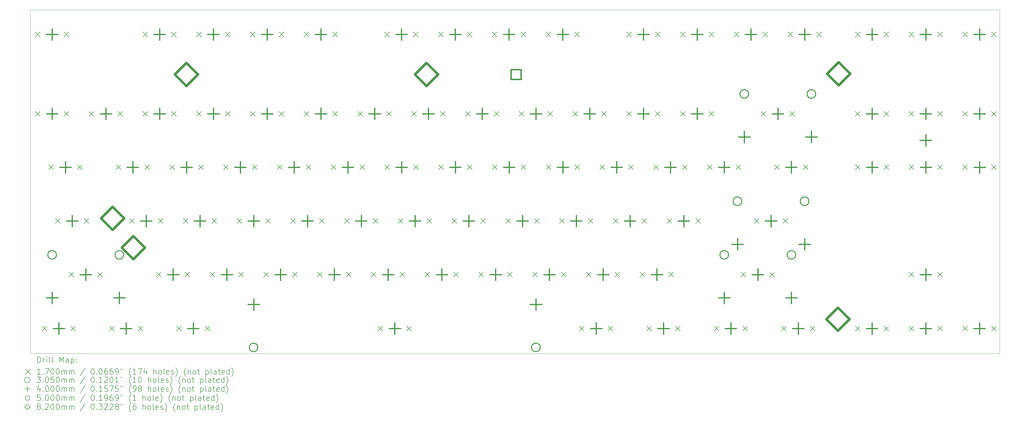
<source format=gbr>
%FSLAX45Y45*%
G04 Gerber Fmt 4.5, Leading zero omitted, Abs format (unit mm)*
G04 Created by KiCad (PCBNEW (6.0.5)) date 2022-06-03 16:12:29*
%MOMM*%
%LPD*%
G01*
G04 APERTURE LIST*
%TA.AperFunction,Profile*%
%ADD10C,0.100000*%
%TD*%
%ADD11C,0.200000*%
%ADD12C,0.170000*%
%ADD13C,0.305000*%
%ADD14C,0.400000*%
%ADD15C,0.500000*%
%ADD16C,0.820000*%
G04 APERTURE END LIST*
D10*
X3997960Y-7696200D02*
X38341300Y-7696200D01*
X38341300Y-7696200D02*
X38341300Y-19885660D01*
X38341300Y-19885660D02*
X3997960Y-19885660D01*
X3997960Y-19885660D02*
X3997960Y-7696200D01*
D11*
D12*
X4169500Y-8474800D02*
X4339500Y-8644800D01*
X4339500Y-8474800D02*
X4169500Y-8644800D01*
X4169500Y-11286580D02*
X4339500Y-11456580D01*
X4339500Y-11286580D02*
X4169500Y-11456580D01*
X4410800Y-18909120D02*
X4580800Y-19079120D01*
X4580800Y-18909120D02*
X4410800Y-19079120D01*
X4644480Y-13186500D02*
X4814480Y-13356500D01*
X4814480Y-13186500D02*
X4644480Y-13356500D01*
X4883240Y-15094040D02*
X5053240Y-15264040D01*
X5053240Y-15094040D02*
X4883240Y-15264040D01*
X5185500Y-8474800D02*
X5355500Y-8644800D01*
X5355500Y-8474800D02*
X5185500Y-8644800D01*
X5185500Y-11286580D02*
X5355500Y-11456580D01*
X5355500Y-11286580D02*
X5185500Y-11456580D01*
X5363300Y-16996500D02*
X5533300Y-17166500D01*
X5533300Y-16996500D02*
X5363300Y-17166500D01*
X5426800Y-18909120D02*
X5596800Y-19079120D01*
X5596800Y-18909120D02*
X5426800Y-19079120D01*
X5660480Y-13186500D02*
X5830480Y-13356500D01*
X5830480Y-13186500D02*
X5660480Y-13356500D01*
X5899240Y-15094040D02*
X6069240Y-15264040D01*
X6069240Y-15094040D02*
X5899240Y-15264040D01*
X6077040Y-11286580D02*
X6247040Y-11456580D01*
X6247040Y-11286580D02*
X6077040Y-11456580D01*
X6379300Y-16996500D02*
X6549300Y-17166500D01*
X6549300Y-16996500D02*
X6379300Y-17166500D01*
X6793320Y-18909120D02*
X6963320Y-19079120D01*
X6963320Y-18909120D02*
X6793320Y-19079120D01*
X7032080Y-13186500D02*
X7202080Y-13356500D01*
X7202080Y-13186500D02*
X7032080Y-13356500D01*
X7093040Y-11286580D02*
X7263040Y-11456580D01*
X7263040Y-11286580D02*
X7093040Y-11456580D01*
X7504520Y-15094040D02*
X7674520Y-15264040D01*
X7674520Y-15094040D02*
X7504520Y-15264040D01*
X7809320Y-18909120D02*
X7979320Y-19079120D01*
X7979320Y-18909120D02*
X7809320Y-19079120D01*
X7979500Y-8474800D02*
X8149500Y-8644800D01*
X8149500Y-8474800D02*
X7979500Y-8644800D01*
X7982040Y-11286580D02*
X8152040Y-11456580D01*
X8152040Y-11286580D02*
X7982040Y-11456580D01*
X8048080Y-13186500D02*
X8218080Y-13356500D01*
X8218080Y-13186500D02*
X8048080Y-13356500D01*
X8457020Y-16996500D02*
X8627020Y-17166500D01*
X8627020Y-16996500D02*
X8457020Y-17166500D01*
X8520520Y-15094040D02*
X8690520Y-15264040D01*
X8690520Y-15094040D02*
X8520520Y-15264040D01*
X8937080Y-13186500D02*
X9107080Y-13356500D01*
X9107080Y-13186500D02*
X8937080Y-13356500D01*
X8995500Y-8474800D02*
X9165500Y-8644800D01*
X9165500Y-8474800D02*
X8995500Y-8644800D01*
X8998040Y-11286580D02*
X9168040Y-11456580D01*
X9168040Y-11286580D02*
X8998040Y-11456580D01*
X9173300Y-18909120D02*
X9343300Y-19079120D01*
X9343300Y-18909120D02*
X9173300Y-19079120D01*
X9409520Y-15094040D02*
X9579520Y-15264040D01*
X9579520Y-15094040D02*
X9409520Y-15264040D01*
X9473020Y-16996500D02*
X9643020Y-17166500D01*
X9643020Y-16996500D02*
X9473020Y-17166500D01*
X9884500Y-8474800D02*
X10054500Y-8644800D01*
X10054500Y-8474800D02*
X9884500Y-8644800D01*
X9887040Y-11286580D02*
X10057040Y-11456580D01*
X10057040Y-11286580D02*
X9887040Y-11456580D01*
X9953080Y-13186500D02*
X10123080Y-13356500D01*
X10123080Y-13186500D02*
X9953080Y-13356500D01*
X10189300Y-18909120D02*
X10359300Y-19079120D01*
X10359300Y-18909120D02*
X10189300Y-19079120D01*
X10362020Y-16996500D02*
X10532020Y-17166500D01*
X10532020Y-16996500D02*
X10362020Y-17166500D01*
X10425520Y-15094040D02*
X10595520Y-15264040D01*
X10595520Y-15094040D02*
X10425520Y-15264040D01*
X10842080Y-13186500D02*
X11012080Y-13356500D01*
X11012080Y-13186500D02*
X10842080Y-13356500D01*
X10900500Y-8474800D02*
X11070500Y-8644800D01*
X11070500Y-8474800D02*
X10900500Y-8644800D01*
X10903040Y-11286580D02*
X11073040Y-11456580D01*
X11073040Y-11286580D02*
X10903040Y-11456580D01*
X11314520Y-15094040D02*
X11484520Y-15264040D01*
X11484520Y-15094040D02*
X11314520Y-15264040D01*
X11378020Y-16996500D02*
X11548020Y-17166500D01*
X11548020Y-16996500D02*
X11378020Y-17166500D01*
X11789500Y-8474800D02*
X11959500Y-8644800D01*
X11959500Y-8474800D02*
X11789500Y-8644800D01*
X11792040Y-11286580D02*
X11962040Y-11456580D01*
X11962040Y-11286580D02*
X11792040Y-11456580D01*
X11858080Y-13186500D02*
X12028080Y-13356500D01*
X12028080Y-13186500D02*
X11858080Y-13356500D01*
X12267020Y-16996500D02*
X12437020Y-17166500D01*
X12437020Y-16996500D02*
X12267020Y-17166500D01*
X12330520Y-15094040D02*
X12500520Y-15264040D01*
X12500520Y-15094040D02*
X12330520Y-15264040D01*
X12747080Y-13186500D02*
X12917080Y-13356500D01*
X12917080Y-13186500D02*
X12747080Y-13356500D01*
X12805500Y-8474800D02*
X12975500Y-8644800D01*
X12975500Y-8474800D02*
X12805500Y-8644800D01*
X12808040Y-11286580D02*
X12978040Y-11456580D01*
X12978040Y-11286580D02*
X12808040Y-11456580D01*
X13219520Y-15094040D02*
X13389520Y-15264040D01*
X13389520Y-15094040D02*
X13219520Y-15264040D01*
X13283020Y-16996500D02*
X13453020Y-17166500D01*
X13453020Y-16996500D02*
X13283020Y-17166500D01*
X13694500Y-8474800D02*
X13864500Y-8644800D01*
X13864500Y-8474800D02*
X13694500Y-8644800D01*
X13697040Y-11286580D02*
X13867040Y-11456580D01*
X13867040Y-11286580D02*
X13697040Y-11456580D01*
X13763080Y-13186500D02*
X13933080Y-13356500D01*
X13933080Y-13186500D02*
X13763080Y-13356500D01*
X14172020Y-16996500D02*
X14342020Y-17166500D01*
X14342020Y-16996500D02*
X14172020Y-17166500D01*
X14235520Y-15094040D02*
X14405520Y-15264040D01*
X14405520Y-15094040D02*
X14235520Y-15264040D01*
X14652080Y-13186500D02*
X14822080Y-13356500D01*
X14822080Y-13186500D02*
X14652080Y-13356500D01*
X14710500Y-8474800D02*
X14880500Y-8644800D01*
X14880500Y-8474800D02*
X14710500Y-8644800D01*
X14713040Y-11286580D02*
X14883040Y-11456580D01*
X14883040Y-11286580D02*
X14713040Y-11456580D01*
X15124520Y-15094040D02*
X15294520Y-15264040D01*
X15294520Y-15094040D02*
X15124520Y-15264040D01*
X15188020Y-16996500D02*
X15358020Y-17166500D01*
X15358020Y-16996500D02*
X15188020Y-17166500D01*
X15602040Y-11286580D02*
X15772040Y-11456580D01*
X15772040Y-11286580D02*
X15602040Y-11456580D01*
X15668080Y-13186500D02*
X15838080Y-13356500D01*
X15838080Y-13186500D02*
X15668080Y-13356500D01*
X16077020Y-16996500D02*
X16247020Y-17166500D01*
X16247020Y-16996500D02*
X16077020Y-17166500D01*
X16140520Y-15094040D02*
X16310520Y-15264040D01*
X16310520Y-15094040D02*
X16140520Y-15264040D01*
X16315780Y-18909120D02*
X16485780Y-19079120D01*
X16485780Y-18909120D02*
X16315780Y-19079120D01*
X16552000Y-8474800D02*
X16722000Y-8644800D01*
X16722000Y-8474800D02*
X16552000Y-8644800D01*
X16557080Y-13186500D02*
X16727080Y-13356500D01*
X16727080Y-13186500D02*
X16557080Y-13356500D01*
X16618040Y-11286580D02*
X16788040Y-11456580D01*
X16788040Y-11286580D02*
X16618040Y-11456580D01*
X17029520Y-15094040D02*
X17199520Y-15264040D01*
X17199520Y-15094040D02*
X17029520Y-15264040D01*
X17093020Y-16996500D02*
X17263020Y-17166500D01*
X17263020Y-16996500D02*
X17093020Y-17166500D01*
X17331780Y-18909120D02*
X17501780Y-19079120D01*
X17501780Y-18909120D02*
X17331780Y-19079120D01*
X17507040Y-11286580D02*
X17677040Y-11456580D01*
X17677040Y-11286580D02*
X17507040Y-11456580D01*
X17568000Y-8474800D02*
X17738000Y-8644800D01*
X17738000Y-8474800D02*
X17568000Y-8644800D01*
X17573080Y-13186500D02*
X17743080Y-13356500D01*
X17743080Y-13186500D02*
X17573080Y-13356500D01*
X17982020Y-16996500D02*
X18152020Y-17166500D01*
X18152020Y-16996500D02*
X17982020Y-17166500D01*
X18045520Y-15094040D02*
X18215520Y-15264040D01*
X18215520Y-15094040D02*
X18045520Y-15264040D01*
X18457000Y-8474800D02*
X18627000Y-8644800D01*
X18627000Y-8474800D02*
X18457000Y-8644800D01*
X18462080Y-13186500D02*
X18632080Y-13356500D01*
X18632080Y-13186500D02*
X18462080Y-13356500D01*
X18523040Y-11286580D02*
X18693040Y-11456580D01*
X18693040Y-11286580D02*
X18523040Y-11456580D01*
X18934520Y-15094040D02*
X19104520Y-15264040D01*
X19104520Y-15094040D02*
X18934520Y-15264040D01*
X18998020Y-16996500D02*
X19168020Y-17166500D01*
X19168020Y-16996500D02*
X18998020Y-17166500D01*
X19412040Y-11286580D02*
X19582040Y-11456580D01*
X19582040Y-11286580D02*
X19412040Y-11456580D01*
X19473000Y-8474800D02*
X19643000Y-8644800D01*
X19643000Y-8474800D02*
X19473000Y-8644800D01*
X19478080Y-13186500D02*
X19648080Y-13356500D01*
X19648080Y-13186500D02*
X19478080Y-13356500D01*
X19887020Y-16996500D02*
X20057020Y-17166500D01*
X20057020Y-16996500D02*
X19887020Y-17166500D01*
X19950520Y-15094040D02*
X20120520Y-15264040D01*
X20120520Y-15094040D02*
X19950520Y-15264040D01*
X20362000Y-8474800D02*
X20532000Y-8644800D01*
X20532000Y-8474800D02*
X20362000Y-8644800D01*
X20367080Y-13186500D02*
X20537080Y-13356500D01*
X20537080Y-13186500D02*
X20367080Y-13356500D01*
X20428040Y-11286580D02*
X20598040Y-11456580D01*
X20598040Y-11286580D02*
X20428040Y-11456580D01*
X20839520Y-15094040D02*
X21009520Y-15264040D01*
X21009520Y-15094040D02*
X20839520Y-15264040D01*
X20903020Y-16996500D02*
X21073020Y-17166500D01*
X21073020Y-16996500D02*
X20903020Y-17166500D01*
X21317040Y-11286580D02*
X21487040Y-11456580D01*
X21487040Y-11286580D02*
X21317040Y-11456580D01*
X21378000Y-8474800D02*
X21548000Y-8644800D01*
X21548000Y-8474800D02*
X21378000Y-8644800D01*
X21383080Y-13186500D02*
X21553080Y-13356500D01*
X21553080Y-13186500D02*
X21383080Y-13356500D01*
X21792020Y-16996500D02*
X21962020Y-17166500D01*
X21962020Y-16996500D02*
X21792020Y-17166500D01*
X21855520Y-15094040D02*
X22025520Y-15264040D01*
X22025520Y-15094040D02*
X21855520Y-15264040D01*
X22267000Y-8474800D02*
X22437000Y-8644800D01*
X22437000Y-8474800D02*
X22267000Y-8644800D01*
X22272080Y-13186500D02*
X22442080Y-13356500D01*
X22442080Y-13186500D02*
X22272080Y-13356500D01*
X22333040Y-11286580D02*
X22503040Y-11456580D01*
X22503040Y-11286580D02*
X22333040Y-11456580D01*
X22744520Y-15094040D02*
X22914520Y-15264040D01*
X22914520Y-15094040D02*
X22744520Y-15264040D01*
X22808020Y-16996500D02*
X22978020Y-17166500D01*
X22978020Y-16996500D02*
X22808020Y-17166500D01*
X23222040Y-11286580D02*
X23392040Y-11456580D01*
X23392040Y-11286580D02*
X23222040Y-11456580D01*
X23283000Y-8474800D02*
X23453000Y-8644800D01*
X23453000Y-8474800D02*
X23283000Y-8644800D01*
X23288080Y-13186500D02*
X23458080Y-13356500D01*
X23458080Y-13186500D02*
X23288080Y-13356500D01*
X23450640Y-18909120D02*
X23620640Y-19079120D01*
X23620640Y-18909120D02*
X23450640Y-19079120D01*
X23697020Y-16996500D02*
X23867020Y-17166500D01*
X23867020Y-16996500D02*
X23697020Y-17166500D01*
X23760520Y-15094040D02*
X23930520Y-15264040D01*
X23930520Y-15094040D02*
X23760520Y-15264040D01*
X24177080Y-13186500D02*
X24347080Y-13356500D01*
X24347080Y-13186500D02*
X24177080Y-13356500D01*
X24238040Y-11286580D02*
X24408040Y-11456580D01*
X24408040Y-11286580D02*
X24238040Y-11456580D01*
X24466640Y-18909120D02*
X24636640Y-19079120D01*
X24636640Y-18909120D02*
X24466640Y-19079120D01*
X24649520Y-15094040D02*
X24819520Y-15264040D01*
X24819520Y-15094040D02*
X24649520Y-15264040D01*
X24713020Y-16996500D02*
X24883020Y-17166500D01*
X24883020Y-16996500D02*
X24713020Y-17166500D01*
X25124500Y-8474800D02*
X25294500Y-8644800D01*
X25294500Y-8474800D02*
X25124500Y-8644800D01*
X25127040Y-11286580D02*
X25297040Y-11456580D01*
X25297040Y-11286580D02*
X25127040Y-11456580D01*
X25193080Y-13186500D02*
X25363080Y-13356500D01*
X25363080Y-13186500D02*
X25193080Y-13356500D01*
X25602020Y-16996500D02*
X25772020Y-17166500D01*
X25772020Y-16996500D02*
X25602020Y-17166500D01*
X25665520Y-15094040D02*
X25835520Y-15264040D01*
X25835520Y-15094040D02*
X25665520Y-15264040D01*
X25838240Y-18909120D02*
X26008240Y-19079120D01*
X26008240Y-18909120D02*
X25838240Y-19079120D01*
X26082080Y-13186500D02*
X26252080Y-13356500D01*
X26252080Y-13186500D02*
X26082080Y-13356500D01*
X26140500Y-8474800D02*
X26310500Y-8644800D01*
X26310500Y-8474800D02*
X26140500Y-8644800D01*
X26143040Y-11286580D02*
X26313040Y-11456580D01*
X26313040Y-11286580D02*
X26143040Y-11456580D01*
X26554520Y-15094040D02*
X26724520Y-15264040D01*
X26724520Y-15094040D02*
X26554520Y-15264040D01*
X26618020Y-16996500D02*
X26788020Y-17166500D01*
X26788020Y-16996500D02*
X26618020Y-17166500D01*
X26854240Y-18909120D02*
X27024240Y-19079120D01*
X27024240Y-18909120D02*
X26854240Y-19079120D01*
X27029500Y-8474800D02*
X27199500Y-8644800D01*
X27199500Y-8474800D02*
X27029500Y-8644800D01*
X27032040Y-11286580D02*
X27202040Y-11456580D01*
X27202040Y-11286580D02*
X27032040Y-11456580D01*
X27098080Y-13186500D02*
X27268080Y-13356500D01*
X27268080Y-13186500D02*
X27098080Y-13356500D01*
X27570520Y-15094040D02*
X27740520Y-15264040D01*
X27740520Y-15094040D02*
X27570520Y-15264040D01*
X27987080Y-13186500D02*
X28157080Y-13356500D01*
X28157080Y-13186500D02*
X27987080Y-13356500D01*
X28045500Y-8474800D02*
X28215500Y-8644800D01*
X28215500Y-8474800D02*
X28045500Y-8644800D01*
X28048040Y-11286580D02*
X28218040Y-11456580D01*
X28218040Y-11286580D02*
X28048040Y-11456580D01*
X28223300Y-18909120D02*
X28393300Y-19079120D01*
X28393300Y-18909120D02*
X28223300Y-19079120D01*
X28934500Y-8474800D02*
X29104500Y-8644800D01*
X29104500Y-8474800D02*
X28934500Y-8644800D01*
X29003080Y-13186500D02*
X29173080Y-13356500D01*
X29173080Y-13186500D02*
X29003080Y-13356500D01*
X29180880Y-16996500D02*
X29350880Y-17166500D01*
X29350880Y-16996500D02*
X29180880Y-17166500D01*
X29239300Y-18909120D02*
X29409300Y-19079120D01*
X29409300Y-18909120D02*
X29239300Y-19079120D01*
X29648240Y-15094040D02*
X29818240Y-15264040D01*
X29818240Y-15094040D02*
X29648240Y-15264040D01*
X29889540Y-11286580D02*
X30059540Y-11456580D01*
X30059540Y-11286580D02*
X29889540Y-11456580D01*
X29950500Y-8474800D02*
X30120500Y-8644800D01*
X30120500Y-8474800D02*
X29950500Y-8644800D01*
X30196880Y-16996500D02*
X30366880Y-17166500D01*
X30366880Y-16996500D02*
X30196880Y-17166500D01*
X30364520Y-13186500D02*
X30534520Y-13356500D01*
X30534520Y-13186500D02*
X30364520Y-13356500D01*
X30610900Y-18909120D02*
X30780900Y-19079120D01*
X30780900Y-18909120D02*
X30610900Y-19079120D01*
X30664240Y-15094040D02*
X30834240Y-15264040D01*
X30834240Y-15094040D02*
X30664240Y-15264040D01*
X30839500Y-8474800D02*
X31009500Y-8644800D01*
X31009500Y-8474800D02*
X30839500Y-8644800D01*
X30905540Y-11286580D02*
X31075540Y-11456580D01*
X31075540Y-11286580D02*
X30905540Y-11456580D01*
X31380520Y-13186500D02*
X31550520Y-13356500D01*
X31550520Y-13186500D02*
X31380520Y-13356500D01*
X31626900Y-18909120D02*
X31796900Y-19079120D01*
X31796900Y-18909120D02*
X31626900Y-19079120D01*
X31855500Y-8474800D02*
X32025500Y-8644800D01*
X32025500Y-8474800D02*
X31855500Y-8644800D01*
X33227100Y-8474800D02*
X33397100Y-8644800D01*
X33397100Y-8474800D02*
X33227100Y-8644800D01*
X33227100Y-18909120D02*
X33397100Y-19079120D01*
X33397100Y-18909120D02*
X33227100Y-19079120D01*
X33229640Y-11286580D02*
X33399640Y-11456580D01*
X33399640Y-11286580D02*
X33229640Y-11456580D01*
X33232180Y-13186500D02*
X33402180Y-13356500D01*
X33402180Y-13186500D02*
X33232180Y-13356500D01*
X34243100Y-8474800D02*
X34413100Y-8644800D01*
X34413100Y-8474800D02*
X34243100Y-8644800D01*
X34243100Y-18909120D02*
X34413100Y-19079120D01*
X34413100Y-18909120D02*
X34243100Y-19079120D01*
X34245640Y-11286580D02*
X34415640Y-11456580D01*
X34415640Y-11286580D02*
X34245640Y-11456580D01*
X34248180Y-13186500D02*
X34418180Y-13356500D01*
X34418180Y-13186500D02*
X34248180Y-13356500D01*
X35132100Y-8474800D02*
X35302100Y-8644800D01*
X35302100Y-8474800D02*
X35132100Y-8644800D01*
X35132100Y-16996500D02*
X35302100Y-17166500D01*
X35302100Y-16996500D02*
X35132100Y-17166500D01*
X35132100Y-18909120D02*
X35302100Y-19079120D01*
X35302100Y-18909120D02*
X35132100Y-19079120D01*
X35134640Y-11286580D02*
X35304640Y-11456580D01*
X35304640Y-11286580D02*
X35134640Y-11456580D01*
X35137180Y-13186500D02*
X35307180Y-13356500D01*
X35307180Y-13186500D02*
X35137180Y-13356500D01*
X36148100Y-8474800D02*
X36318100Y-8644800D01*
X36318100Y-8474800D02*
X36148100Y-8644800D01*
X36148100Y-16996500D02*
X36318100Y-17166500D01*
X36318100Y-16996500D02*
X36148100Y-17166500D01*
X36148100Y-18909120D02*
X36318100Y-19079120D01*
X36318100Y-18909120D02*
X36148100Y-19079120D01*
X36150640Y-11286580D02*
X36320640Y-11456580D01*
X36320640Y-11286580D02*
X36150640Y-11456580D01*
X36153180Y-13186500D02*
X36323180Y-13356500D01*
X36323180Y-13186500D02*
X36153180Y-13356500D01*
X37037100Y-8474800D02*
X37207100Y-8644800D01*
X37207100Y-8474800D02*
X37037100Y-8644800D01*
X37037100Y-18909120D02*
X37207100Y-19079120D01*
X37207100Y-18909120D02*
X37037100Y-19079120D01*
X37039640Y-11286580D02*
X37209640Y-11456580D01*
X37209640Y-11286580D02*
X37039640Y-11456580D01*
X37042180Y-13186500D02*
X37212180Y-13356500D01*
X37212180Y-13186500D02*
X37042180Y-13356500D01*
X38053100Y-8474800D02*
X38223100Y-8644800D01*
X38223100Y-8474800D02*
X38053100Y-8644800D01*
X38053100Y-18909120D02*
X38223100Y-19079120D01*
X38223100Y-18909120D02*
X38053100Y-19079120D01*
X38055640Y-11286580D02*
X38225640Y-11456580D01*
X38225640Y-11286580D02*
X38055640Y-11456580D01*
X38058180Y-13186500D02*
X38228180Y-13356500D01*
X38228180Y-13186500D02*
X38058180Y-13356500D01*
D13*
X4918800Y-16381500D02*
G75*
G03*
X4918800Y-16381500I-152500J0D01*
G01*
X7298800Y-16381500D02*
G75*
G03*
X7298800Y-16381500I-152500J0D01*
G01*
X12057480Y-19667220D02*
G75*
G03*
X12057480Y-19667220I-152500J0D01*
G01*
X22061280Y-19667220D02*
G75*
G03*
X22061280Y-19667220I-152500J0D01*
G01*
X28736380Y-16381500D02*
G75*
G03*
X28736380Y-16381500I-152500J0D01*
G01*
X29203740Y-14479040D02*
G75*
G03*
X29203740Y-14479040I-152500J0D01*
G01*
X29445040Y-10671580D02*
G75*
G03*
X29445040Y-10671580I-152500J0D01*
G01*
X31116380Y-16381500D02*
G75*
G03*
X31116380Y-16381500I-152500J0D01*
G01*
X31583740Y-14479040D02*
G75*
G03*
X31583740Y-14479040I-152500J0D01*
G01*
X31825040Y-10671580D02*
G75*
G03*
X31825040Y-10671580I-152500J0D01*
G01*
D14*
X4762500Y-8359800D02*
X4762500Y-8759800D01*
X4562500Y-8559800D02*
X4962500Y-8559800D01*
X4762500Y-11171580D02*
X4762500Y-11571580D01*
X4562500Y-11371580D02*
X4962500Y-11371580D01*
X4766300Y-17705500D02*
X4766300Y-18105500D01*
X4566300Y-17905500D02*
X4966300Y-17905500D01*
X5003800Y-18794120D02*
X5003800Y-19194120D01*
X4803800Y-18994120D02*
X5203800Y-18994120D01*
X5237480Y-13071500D02*
X5237480Y-13471500D01*
X5037480Y-13271500D02*
X5437480Y-13271500D01*
X5476240Y-14979040D02*
X5476240Y-15379040D01*
X5276240Y-15179040D02*
X5676240Y-15179040D01*
X5956300Y-16881500D02*
X5956300Y-17281500D01*
X5756300Y-17081500D02*
X6156300Y-17081500D01*
X6670040Y-11171580D02*
X6670040Y-11571580D01*
X6470040Y-11371580D02*
X6870040Y-11371580D01*
X7146300Y-17705500D02*
X7146300Y-18105500D01*
X6946300Y-17905500D02*
X7346300Y-17905500D01*
X7386320Y-18794120D02*
X7386320Y-19194120D01*
X7186320Y-18994120D02*
X7586320Y-18994120D01*
X7625080Y-13071500D02*
X7625080Y-13471500D01*
X7425080Y-13271500D02*
X7825080Y-13271500D01*
X8097520Y-14979040D02*
X8097520Y-15379040D01*
X7897520Y-15179040D02*
X8297520Y-15179040D01*
X8572500Y-8359800D02*
X8572500Y-8759800D01*
X8372500Y-8559800D02*
X8772500Y-8559800D01*
X8575040Y-11171580D02*
X8575040Y-11571580D01*
X8375040Y-11371580D02*
X8775040Y-11371580D01*
X9050020Y-16881500D02*
X9050020Y-17281500D01*
X8850020Y-17081500D02*
X9250020Y-17081500D01*
X9530080Y-13071500D02*
X9530080Y-13471500D01*
X9330080Y-13271500D02*
X9730080Y-13271500D01*
X9766300Y-18794120D02*
X9766300Y-19194120D01*
X9566300Y-18994120D02*
X9966300Y-18994120D01*
X10002520Y-14979040D02*
X10002520Y-15379040D01*
X9802520Y-15179040D02*
X10202520Y-15179040D01*
X10477500Y-8359800D02*
X10477500Y-8759800D01*
X10277500Y-8559800D02*
X10677500Y-8559800D01*
X10480040Y-11171580D02*
X10480040Y-11571580D01*
X10280040Y-11371580D02*
X10680040Y-11371580D01*
X10955020Y-16881500D02*
X10955020Y-17281500D01*
X10755020Y-17081500D02*
X11155020Y-17081500D01*
X11435080Y-13071500D02*
X11435080Y-13471500D01*
X11235080Y-13271500D02*
X11635080Y-13271500D01*
X11907520Y-14979040D02*
X11907520Y-15379040D01*
X11707520Y-15179040D02*
X12107520Y-15179040D01*
X11908780Y-17941620D02*
X11908780Y-18341620D01*
X11708780Y-18141620D02*
X12108780Y-18141620D01*
X12382500Y-8359800D02*
X12382500Y-8759800D01*
X12182500Y-8559800D02*
X12582500Y-8559800D01*
X12385040Y-11171580D02*
X12385040Y-11571580D01*
X12185040Y-11371580D02*
X12585040Y-11371580D01*
X12860020Y-16881500D02*
X12860020Y-17281500D01*
X12660020Y-17081500D02*
X13060020Y-17081500D01*
X13340080Y-13071500D02*
X13340080Y-13471500D01*
X13140080Y-13271500D02*
X13540080Y-13271500D01*
X13812520Y-14979040D02*
X13812520Y-15379040D01*
X13612520Y-15179040D02*
X14012520Y-15179040D01*
X14287500Y-8359800D02*
X14287500Y-8759800D01*
X14087500Y-8559800D02*
X14487500Y-8559800D01*
X14290040Y-11171580D02*
X14290040Y-11571580D01*
X14090040Y-11371580D02*
X14490040Y-11371580D01*
X14765020Y-16881500D02*
X14765020Y-17281500D01*
X14565020Y-17081500D02*
X14965020Y-17081500D01*
X15245080Y-13071500D02*
X15245080Y-13471500D01*
X15045080Y-13271500D02*
X15445080Y-13271500D01*
X15717520Y-14979040D02*
X15717520Y-15379040D01*
X15517520Y-15179040D02*
X15917520Y-15179040D01*
X16195040Y-11171580D02*
X16195040Y-11571580D01*
X15995040Y-11371580D02*
X16395040Y-11371580D01*
X16670020Y-16881500D02*
X16670020Y-17281500D01*
X16470020Y-17081500D02*
X16870020Y-17081500D01*
X16908780Y-18794120D02*
X16908780Y-19194120D01*
X16708780Y-18994120D02*
X17108780Y-18994120D01*
X17145000Y-8359800D02*
X17145000Y-8759800D01*
X16945000Y-8559800D02*
X17345000Y-8559800D01*
X17150080Y-13071500D02*
X17150080Y-13471500D01*
X16950080Y-13271500D02*
X17350080Y-13271500D01*
X17622520Y-14979040D02*
X17622520Y-15379040D01*
X17422520Y-15179040D02*
X17822520Y-15179040D01*
X18100040Y-11171580D02*
X18100040Y-11571580D01*
X17900040Y-11371580D02*
X18300040Y-11371580D01*
X18575020Y-16881500D02*
X18575020Y-17281500D01*
X18375020Y-17081500D02*
X18775020Y-17081500D01*
X19050000Y-8359800D02*
X19050000Y-8759800D01*
X18850000Y-8559800D02*
X19250000Y-8559800D01*
X19055080Y-13071500D02*
X19055080Y-13471500D01*
X18855080Y-13271500D02*
X19255080Y-13271500D01*
X19527520Y-14979040D02*
X19527520Y-15379040D01*
X19327520Y-15179040D02*
X19727520Y-15179040D01*
X20005040Y-11171580D02*
X20005040Y-11571580D01*
X19805040Y-11371580D02*
X20205040Y-11371580D01*
X20480020Y-16881500D02*
X20480020Y-17281500D01*
X20280020Y-17081500D02*
X20680020Y-17081500D01*
X20955000Y-8359800D02*
X20955000Y-8759800D01*
X20755000Y-8559800D02*
X21155000Y-8559800D01*
X20960080Y-13071500D02*
X20960080Y-13471500D01*
X20760080Y-13271500D02*
X21160080Y-13271500D01*
X21432520Y-14979040D02*
X21432520Y-15379040D01*
X21232520Y-15179040D02*
X21632520Y-15179040D01*
X21908780Y-17941620D02*
X21908780Y-18341620D01*
X21708780Y-18141620D02*
X22108780Y-18141620D01*
X21910040Y-11171580D02*
X21910040Y-11571580D01*
X21710040Y-11371580D02*
X22110040Y-11371580D01*
X22385020Y-16881500D02*
X22385020Y-17281500D01*
X22185020Y-17081500D02*
X22585020Y-17081500D01*
X22860000Y-8359800D02*
X22860000Y-8759800D01*
X22660000Y-8559800D02*
X23060000Y-8559800D01*
X22865080Y-13071500D02*
X22865080Y-13471500D01*
X22665080Y-13271500D02*
X23065080Y-13271500D01*
X23337520Y-14979040D02*
X23337520Y-15379040D01*
X23137520Y-15179040D02*
X23537520Y-15179040D01*
X23815040Y-11171580D02*
X23815040Y-11571580D01*
X23615040Y-11371580D02*
X24015040Y-11371580D01*
X24043640Y-18794120D02*
X24043640Y-19194120D01*
X23843640Y-18994120D02*
X24243640Y-18994120D01*
X24290020Y-16881500D02*
X24290020Y-17281500D01*
X24090020Y-17081500D02*
X24490020Y-17081500D01*
X24770080Y-13071500D02*
X24770080Y-13471500D01*
X24570080Y-13271500D02*
X24970080Y-13271500D01*
X25242520Y-14979040D02*
X25242520Y-15379040D01*
X25042520Y-15179040D02*
X25442520Y-15179040D01*
X25717500Y-8359800D02*
X25717500Y-8759800D01*
X25517500Y-8559800D02*
X25917500Y-8559800D01*
X25720040Y-11171580D02*
X25720040Y-11571580D01*
X25520040Y-11371580D02*
X25920040Y-11371580D01*
X26195020Y-16881500D02*
X26195020Y-17281500D01*
X25995020Y-17081500D02*
X26395020Y-17081500D01*
X26431240Y-18794120D02*
X26431240Y-19194120D01*
X26231240Y-18994120D02*
X26631240Y-18994120D01*
X26675080Y-13071500D02*
X26675080Y-13471500D01*
X26475080Y-13271500D02*
X26875080Y-13271500D01*
X27147520Y-14979040D02*
X27147520Y-15379040D01*
X26947520Y-15179040D02*
X27347520Y-15179040D01*
X27622500Y-8359800D02*
X27622500Y-8759800D01*
X27422500Y-8559800D02*
X27822500Y-8559800D01*
X27625040Y-11171580D02*
X27625040Y-11571580D01*
X27425040Y-11371580D02*
X27825040Y-11371580D01*
X28580080Y-13071500D02*
X28580080Y-13471500D01*
X28380080Y-13271500D02*
X28780080Y-13271500D01*
X28583880Y-17705500D02*
X28583880Y-18105500D01*
X28383880Y-17905500D02*
X28783880Y-17905500D01*
X28816300Y-18794120D02*
X28816300Y-19194120D01*
X28616300Y-18994120D02*
X29016300Y-18994120D01*
X29051240Y-15803040D02*
X29051240Y-16203040D01*
X28851240Y-16003040D02*
X29251240Y-16003040D01*
X29292540Y-11995580D02*
X29292540Y-12395580D01*
X29092540Y-12195580D02*
X29492540Y-12195580D01*
X29527500Y-8359800D02*
X29527500Y-8759800D01*
X29327500Y-8559800D02*
X29727500Y-8559800D01*
X29773880Y-16881500D02*
X29773880Y-17281500D01*
X29573880Y-17081500D02*
X29973880Y-17081500D01*
X30241240Y-14979040D02*
X30241240Y-15379040D01*
X30041240Y-15179040D02*
X30441240Y-15179040D01*
X30482540Y-11171580D02*
X30482540Y-11571580D01*
X30282540Y-11371580D02*
X30682540Y-11371580D01*
X30957520Y-13071500D02*
X30957520Y-13471500D01*
X30757520Y-13271500D02*
X31157520Y-13271500D01*
X30963880Y-17705500D02*
X30963880Y-18105500D01*
X30763880Y-17905500D02*
X31163880Y-17905500D01*
X31203900Y-18794120D02*
X31203900Y-19194120D01*
X31003900Y-18994120D02*
X31403900Y-18994120D01*
X31431240Y-15803040D02*
X31431240Y-16203040D01*
X31231240Y-16003040D02*
X31631240Y-16003040D01*
X31432500Y-8359800D02*
X31432500Y-8759800D01*
X31232500Y-8559800D02*
X31632500Y-8559800D01*
X31672540Y-11995580D02*
X31672540Y-12395580D01*
X31472540Y-12195580D02*
X31872540Y-12195580D01*
X33820100Y-8359800D02*
X33820100Y-8759800D01*
X33620100Y-8559800D02*
X34020100Y-8559800D01*
X33820100Y-18794120D02*
X33820100Y-19194120D01*
X33620100Y-18994120D02*
X34020100Y-18994120D01*
X33822640Y-11171580D02*
X33822640Y-11571580D01*
X33622640Y-11371580D02*
X34022640Y-11371580D01*
X33825180Y-13071500D02*
X33825180Y-13471500D01*
X33625180Y-13271500D02*
X34025180Y-13271500D01*
X35725100Y-8359800D02*
X35725100Y-8759800D01*
X35525100Y-8559800D02*
X35925100Y-8559800D01*
X35725100Y-12119000D02*
X35725100Y-12519000D01*
X35525100Y-12319000D02*
X35925100Y-12319000D01*
X35725100Y-16881500D02*
X35725100Y-17281500D01*
X35525100Y-17081500D02*
X35925100Y-17081500D01*
X35725100Y-18794120D02*
X35725100Y-19194120D01*
X35525100Y-18994120D02*
X35925100Y-18994120D01*
X35727640Y-11171580D02*
X35727640Y-11571580D01*
X35527640Y-11371580D02*
X35927640Y-11371580D01*
X35730180Y-13071500D02*
X35730180Y-13471500D01*
X35530180Y-13271500D02*
X35930180Y-13271500D01*
X37630100Y-8359800D02*
X37630100Y-8759800D01*
X37430100Y-8559800D02*
X37830100Y-8559800D01*
X37630100Y-18794120D02*
X37630100Y-19194120D01*
X37430100Y-18994120D02*
X37830100Y-18994120D01*
X37632640Y-11171580D02*
X37632640Y-11571580D01*
X37432640Y-11371580D02*
X37832640Y-11371580D01*
X37635180Y-13071500D02*
X37635180Y-13471500D01*
X37435180Y-13271500D02*
X37835180Y-13271500D01*
D15*
X21385778Y-10158978D02*
X21385778Y-9805422D01*
X21032222Y-9805422D01*
X21032222Y-10158978D01*
X21385778Y-10158978D01*
D16*
X6908800Y-15497600D02*
X7318800Y-15087600D01*
X6908800Y-14677600D01*
X6498800Y-15087600D01*
X6908800Y-15497600D01*
X7645400Y-16539000D02*
X8055400Y-16129000D01*
X7645400Y-15719000D01*
X7235400Y-16129000D01*
X7645400Y-16539000D01*
X9525000Y-10392200D02*
X9935000Y-9982200D01*
X9525000Y-9572200D01*
X9115000Y-9982200D01*
X9525000Y-10392200D01*
X18034000Y-10392200D02*
X18444000Y-9982200D01*
X18034000Y-9572200D01*
X17624000Y-9982200D01*
X18034000Y-10392200D01*
X32613600Y-19079000D02*
X33023600Y-18669000D01*
X32613600Y-18259000D01*
X32203600Y-18669000D01*
X32613600Y-19079000D01*
X32639000Y-10366800D02*
X33049000Y-9956800D01*
X32639000Y-9546800D01*
X32229000Y-9956800D01*
X32639000Y-10366800D01*
D11*
X4250579Y-20201136D02*
X4250579Y-20001136D01*
X4298198Y-20001136D01*
X4326770Y-20010660D01*
X4345817Y-20029708D01*
X4355341Y-20048755D01*
X4364865Y-20086850D01*
X4364865Y-20115422D01*
X4355341Y-20153517D01*
X4345817Y-20172565D01*
X4326770Y-20191612D01*
X4298198Y-20201136D01*
X4250579Y-20201136D01*
X4450579Y-20201136D02*
X4450579Y-20067803D01*
X4450579Y-20105898D02*
X4460103Y-20086850D01*
X4469627Y-20077327D01*
X4488674Y-20067803D01*
X4507722Y-20067803D01*
X4574389Y-20201136D02*
X4574389Y-20067803D01*
X4574389Y-20001136D02*
X4564865Y-20010660D01*
X4574389Y-20020184D01*
X4583912Y-20010660D01*
X4574389Y-20001136D01*
X4574389Y-20020184D01*
X4698198Y-20201136D02*
X4679150Y-20191612D01*
X4669627Y-20172565D01*
X4669627Y-20001136D01*
X4802960Y-20201136D02*
X4783912Y-20191612D01*
X4774389Y-20172565D01*
X4774389Y-20001136D01*
X5031531Y-20201136D02*
X5031531Y-20001136D01*
X5098198Y-20143993D01*
X5164865Y-20001136D01*
X5164865Y-20201136D01*
X5345817Y-20201136D02*
X5345817Y-20096374D01*
X5336293Y-20077327D01*
X5317246Y-20067803D01*
X5279150Y-20067803D01*
X5260103Y-20077327D01*
X5345817Y-20191612D02*
X5326770Y-20201136D01*
X5279150Y-20201136D01*
X5260103Y-20191612D01*
X5250579Y-20172565D01*
X5250579Y-20153517D01*
X5260103Y-20134470D01*
X5279150Y-20124946D01*
X5326770Y-20124946D01*
X5345817Y-20115422D01*
X5441055Y-20067803D02*
X5441055Y-20267803D01*
X5441055Y-20077327D02*
X5460103Y-20067803D01*
X5498198Y-20067803D01*
X5517246Y-20077327D01*
X5526770Y-20086850D01*
X5536293Y-20105898D01*
X5536293Y-20163041D01*
X5526770Y-20182089D01*
X5517246Y-20191612D01*
X5498198Y-20201136D01*
X5460103Y-20201136D01*
X5441055Y-20191612D01*
X5622008Y-20182089D02*
X5631531Y-20191612D01*
X5622008Y-20201136D01*
X5612484Y-20191612D01*
X5622008Y-20182089D01*
X5622008Y-20201136D01*
X5622008Y-20077327D02*
X5631531Y-20086850D01*
X5622008Y-20096374D01*
X5612484Y-20086850D01*
X5622008Y-20077327D01*
X5622008Y-20096374D01*
D12*
X3822960Y-20445660D02*
X3992960Y-20615660D01*
X3992960Y-20445660D02*
X3822960Y-20615660D01*
D11*
X4355341Y-20621136D02*
X4241055Y-20621136D01*
X4298198Y-20621136D02*
X4298198Y-20421136D01*
X4279150Y-20449708D01*
X4260103Y-20468755D01*
X4241055Y-20478279D01*
X4441055Y-20602089D02*
X4450579Y-20611612D01*
X4441055Y-20621136D01*
X4431531Y-20611612D01*
X4441055Y-20602089D01*
X4441055Y-20621136D01*
X4517246Y-20421136D02*
X4650579Y-20421136D01*
X4564865Y-20621136D01*
X4764865Y-20421136D02*
X4783912Y-20421136D01*
X4802960Y-20430660D01*
X4812484Y-20440184D01*
X4822008Y-20459231D01*
X4831531Y-20497327D01*
X4831531Y-20544946D01*
X4822008Y-20583041D01*
X4812484Y-20602089D01*
X4802960Y-20611612D01*
X4783912Y-20621136D01*
X4764865Y-20621136D01*
X4745817Y-20611612D01*
X4736293Y-20602089D01*
X4726770Y-20583041D01*
X4717246Y-20544946D01*
X4717246Y-20497327D01*
X4726770Y-20459231D01*
X4736293Y-20440184D01*
X4745817Y-20430660D01*
X4764865Y-20421136D01*
X4955341Y-20421136D02*
X4974389Y-20421136D01*
X4993436Y-20430660D01*
X5002960Y-20440184D01*
X5012484Y-20459231D01*
X5022008Y-20497327D01*
X5022008Y-20544946D01*
X5012484Y-20583041D01*
X5002960Y-20602089D01*
X4993436Y-20611612D01*
X4974389Y-20621136D01*
X4955341Y-20621136D01*
X4936293Y-20611612D01*
X4926770Y-20602089D01*
X4917246Y-20583041D01*
X4907722Y-20544946D01*
X4907722Y-20497327D01*
X4917246Y-20459231D01*
X4926770Y-20440184D01*
X4936293Y-20430660D01*
X4955341Y-20421136D01*
X5107722Y-20621136D02*
X5107722Y-20487803D01*
X5107722Y-20506850D02*
X5117246Y-20497327D01*
X5136293Y-20487803D01*
X5164865Y-20487803D01*
X5183912Y-20497327D01*
X5193436Y-20516374D01*
X5193436Y-20621136D01*
X5193436Y-20516374D02*
X5202960Y-20497327D01*
X5222008Y-20487803D01*
X5250579Y-20487803D01*
X5269627Y-20497327D01*
X5279150Y-20516374D01*
X5279150Y-20621136D01*
X5374389Y-20621136D02*
X5374389Y-20487803D01*
X5374389Y-20506850D02*
X5383912Y-20497327D01*
X5402960Y-20487803D01*
X5431531Y-20487803D01*
X5450579Y-20497327D01*
X5460103Y-20516374D01*
X5460103Y-20621136D01*
X5460103Y-20516374D02*
X5469627Y-20497327D01*
X5488674Y-20487803D01*
X5517246Y-20487803D01*
X5536293Y-20497327D01*
X5545817Y-20516374D01*
X5545817Y-20621136D01*
X5936293Y-20411612D02*
X5764865Y-20668755D01*
X6193436Y-20421136D02*
X6212484Y-20421136D01*
X6231531Y-20430660D01*
X6241055Y-20440184D01*
X6250579Y-20459231D01*
X6260103Y-20497327D01*
X6260103Y-20544946D01*
X6250579Y-20583041D01*
X6241055Y-20602089D01*
X6231531Y-20611612D01*
X6212484Y-20621136D01*
X6193436Y-20621136D01*
X6174388Y-20611612D01*
X6164865Y-20602089D01*
X6155341Y-20583041D01*
X6145817Y-20544946D01*
X6145817Y-20497327D01*
X6155341Y-20459231D01*
X6164865Y-20440184D01*
X6174388Y-20430660D01*
X6193436Y-20421136D01*
X6345817Y-20602089D02*
X6355341Y-20611612D01*
X6345817Y-20621136D01*
X6336293Y-20611612D01*
X6345817Y-20602089D01*
X6345817Y-20621136D01*
X6479150Y-20421136D02*
X6498198Y-20421136D01*
X6517246Y-20430660D01*
X6526769Y-20440184D01*
X6536293Y-20459231D01*
X6545817Y-20497327D01*
X6545817Y-20544946D01*
X6536293Y-20583041D01*
X6526769Y-20602089D01*
X6517246Y-20611612D01*
X6498198Y-20621136D01*
X6479150Y-20621136D01*
X6460103Y-20611612D01*
X6450579Y-20602089D01*
X6441055Y-20583041D01*
X6431531Y-20544946D01*
X6431531Y-20497327D01*
X6441055Y-20459231D01*
X6450579Y-20440184D01*
X6460103Y-20430660D01*
X6479150Y-20421136D01*
X6717246Y-20421136D02*
X6679150Y-20421136D01*
X6660103Y-20430660D01*
X6650579Y-20440184D01*
X6631531Y-20468755D01*
X6622008Y-20506850D01*
X6622008Y-20583041D01*
X6631531Y-20602089D01*
X6641055Y-20611612D01*
X6660103Y-20621136D01*
X6698198Y-20621136D01*
X6717246Y-20611612D01*
X6726769Y-20602089D01*
X6736293Y-20583041D01*
X6736293Y-20535422D01*
X6726769Y-20516374D01*
X6717246Y-20506850D01*
X6698198Y-20497327D01*
X6660103Y-20497327D01*
X6641055Y-20506850D01*
X6631531Y-20516374D01*
X6622008Y-20535422D01*
X6907722Y-20421136D02*
X6869627Y-20421136D01*
X6850579Y-20430660D01*
X6841055Y-20440184D01*
X6822008Y-20468755D01*
X6812484Y-20506850D01*
X6812484Y-20583041D01*
X6822008Y-20602089D01*
X6831531Y-20611612D01*
X6850579Y-20621136D01*
X6888674Y-20621136D01*
X6907722Y-20611612D01*
X6917246Y-20602089D01*
X6926769Y-20583041D01*
X6926769Y-20535422D01*
X6917246Y-20516374D01*
X6907722Y-20506850D01*
X6888674Y-20497327D01*
X6850579Y-20497327D01*
X6831531Y-20506850D01*
X6822008Y-20516374D01*
X6812484Y-20535422D01*
X7022008Y-20621136D02*
X7060103Y-20621136D01*
X7079150Y-20611612D01*
X7088674Y-20602089D01*
X7107722Y-20573517D01*
X7117246Y-20535422D01*
X7117246Y-20459231D01*
X7107722Y-20440184D01*
X7098198Y-20430660D01*
X7079150Y-20421136D01*
X7041055Y-20421136D01*
X7022008Y-20430660D01*
X7012484Y-20440184D01*
X7002960Y-20459231D01*
X7002960Y-20506850D01*
X7012484Y-20525898D01*
X7022008Y-20535422D01*
X7041055Y-20544946D01*
X7079150Y-20544946D01*
X7098198Y-20535422D01*
X7107722Y-20525898D01*
X7117246Y-20506850D01*
X7193436Y-20421136D02*
X7193436Y-20459231D01*
X7269627Y-20421136D02*
X7269627Y-20459231D01*
X7564865Y-20697327D02*
X7555341Y-20687803D01*
X7536293Y-20659231D01*
X7526769Y-20640184D01*
X7517246Y-20611612D01*
X7507722Y-20563993D01*
X7507722Y-20525898D01*
X7517246Y-20478279D01*
X7526769Y-20449708D01*
X7536293Y-20430660D01*
X7555341Y-20402089D01*
X7564865Y-20392565D01*
X7745817Y-20621136D02*
X7631531Y-20621136D01*
X7688674Y-20621136D02*
X7688674Y-20421136D01*
X7669627Y-20449708D01*
X7650579Y-20468755D01*
X7631531Y-20478279D01*
X7812484Y-20421136D02*
X7945817Y-20421136D01*
X7860103Y-20621136D01*
X8107722Y-20487803D02*
X8107722Y-20621136D01*
X8060103Y-20411612D02*
X8012484Y-20554470D01*
X8136293Y-20554470D01*
X8364865Y-20621136D02*
X8364865Y-20421136D01*
X8450579Y-20621136D02*
X8450579Y-20516374D01*
X8441055Y-20497327D01*
X8422008Y-20487803D01*
X8393436Y-20487803D01*
X8374388Y-20497327D01*
X8364865Y-20506850D01*
X8574389Y-20621136D02*
X8555341Y-20611612D01*
X8545817Y-20602089D01*
X8536293Y-20583041D01*
X8536293Y-20525898D01*
X8545817Y-20506850D01*
X8555341Y-20497327D01*
X8574389Y-20487803D01*
X8602960Y-20487803D01*
X8622008Y-20497327D01*
X8631531Y-20506850D01*
X8641055Y-20525898D01*
X8641055Y-20583041D01*
X8631531Y-20602089D01*
X8622008Y-20611612D01*
X8602960Y-20621136D01*
X8574389Y-20621136D01*
X8755341Y-20621136D02*
X8736293Y-20611612D01*
X8726770Y-20592565D01*
X8726770Y-20421136D01*
X8907722Y-20611612D02*
X8888674Y-20621136D01*
X8850579Y-20621136D01*
X8831531Y-20611612D01*
X8822008Y-20592565D01*
X8822008Y-20516374D01*
X8831531Y-20497327D01*
X8850579Y-20487803D01*
X8888674Y-20487803D01*
X8907722Y-20497327D01*
X8917246Y-20516374D01*
X8917246Y-20535422D01*
X8822008Y-20554470D01*
X8993436Y-20611612D02*
X9012484Y-20621136D01*
X9050579Y-20621136D01*
X9069627Y-20611612D01*
X9079150Y-20592565D01*
X9079150Y-20583041D01*
X9069627Y-20563993D01*
X9050579Y-20554470D01*
X9022008Y-20554470D01*
X9002960Y-20544946D01*
X8993436Y-20525898D01*
X8993436Y-20516374D01*
X9002960Y-20497327D01*
X9022008Y-20487803D01*
X9050579Y-20487803D01*
X9069627Y-20497327D01*
X9145817Y-20697327D02*
X9155341Y-20687803D01*
X9174389Y-20659231D01*
X9183912Y-20640184D01*
X9193436Y-20611612D01*
X9202960Y-20563993D01*
X9202960Y-20525898D01*
X9193436Y-20478279D01*
X9183912Y-20449708D01*
X9174389Y-20430660D01*
X9155341Y-20402089D01*
X9145817Y-20392565D01*
X9507722Y-20697327D02*
X9498198Y-20687803D01*
X9479150Y-20659231D01*
X9469627Y-20640184D01*
X9460103Y-20611612D01*
X9450579Y-20563993D01*
X9450579Y-20525898D01*
X9460103Y-20478279D01*
X9469627Y-20449708D01*
X9479150Y-20430660D01*
X9498198Y-20402089D01*
X9507722Y-20392565D01*
X9583912Y-20487803D02*
X9583912Y-20621136D01*
X9583912Y-20506850D02*
X9593436Y-20497327D01*
X9612484Y-20487803D01*
X9641055Y-20487803D01*
X9660103Y-20497327D01*
X9669627Y-20516374D01*
X9669627Y-20621136D01*
X9793436Y-20621136D02*
X9774389Y-20611612D01*
X9764865Y-20602089D01*
X9755341Y-20583041D01*
X9755341Y-20525898D01*
X9764865Y-20506850D01*
X9774389Y-20497327D01*
X9793436Y-20487803D01*
X9822008Y-20487803D01*
X9841055Y-20497327D01*
X9850579Y-20506850D01*
X9860103Y-20525898D01*
X9860103Y-20583041D01*
X9850579Y-20602089D01*
X9841055Y-20611612D01*
X9822008Y-20621136D01*
X9793436Y-20621136D01*
X9917246Y-20487803D02*
X9993436Y-20487803D01*
X9945817Y-20421136D02*
X9945817Y-20592565D01*
X9955341Y-20611612D01*
X9974389Y-20621136D01*
X9993436Y-20621136D01*
X10212484Y-20487803D02*
X10212484Y-20687803D01*
X10212484Y-20497327D02*
X10231531Y-20487803D01*
X10269627Y-20487803D01*
X10288674Y-20497327D01*
X10298198Y-20506850D01*
X10307722Y-20525898D01*
X10307722Y-20583041D01*
X10298198Y-20602089D01*
X10288674Y-20611612D01*
X10269627Y-20621136D01*
X10231531Y-20621136D01*
X10212484Y-20611612D01*
X10422008Y-20621136D02*
X10402960Y-20611612D01*
X10393436Y-20592565D01*
X10393436Y-20421136D01*
X10583912Y-20621136D02*
X10583912Y-20516374D01*
X10574389Y-20497327D01*
X10555341Y-20487803D01*
X10517246Y-20487803D01*
X10498198Y-20497327D01*
X10583912Y-20611612D02*
X10564865Y-20621136D01*
X10517246Y-20621136D01*
X10498198Y-20611612D01*
X10488674Y-20592565D01*
X10488674Y-20573517D01*
X10498198Y-20554470D01*
X10517246Y-20544946D01*
X10564865Y-20544946D01*
X10583912Y-20535422D01*
X10650579Y-20487803D02*
X10726770Y-20487803D01*
X10679150Y-20421136D02*
X10679150Y-20592565D01*
X10688674Y-20611612D01*
X10707722Y-20621136D01*
X10726770Y-20621136D01*
X10869627Y-20611612D02*
X10850579Y-20621136D01*
X10812484Y-20621136D01*
X10793436Y-20611612D01*
X10783912Y-20592565D01*
X10783912Y-20516374D01*
X10793436Y-20497327D01*
X10812484Y-20487803D01*
X10850579Y-20487803D01*
X10869627Y-20497327D01*
X10879150Y-20516374D01*
X10879150Y-20535422D01*
X10783912Y-20554470D01*
X11050579Y-20621136D02*
X11050579Y-20421136D01*
X11050579Y-20611612D02*
X11031531Y-20621136D01*
X10993436Y-20621136D01*
X10974389Y-20611612D01*
X10964865Y-20602089D01*
X10955341Y-20583041D01*
X10955341Y-20525898D01*
X10964865Y-20506850D01*
X10974389Y-20497327D01*
X10993436Y-20487803D01*
X11031531Y-20487803D01*
X11050579Y-20497327D01*
X11126770Y-20697327D02*
X11136293Y-20687803D01*
X11155341Y-20659231D01*
X11164865Y-20640184D01*
X11174389Y-20611612D01*
X11183912Y-20563993D01*
X11183912Y-20525898D01*
X11174389Y-20478279D01*
X11164865Y-20449708D01*
X11155341Y-20430660D01*
X11136293Y-20402089D01*
X11126770Y-20392565D01*
X3992960Y-20820660D02*
G75*
G03*
X3992960Y-20820660I-100000J0D01*
G01*
X4231531Y-20711136D02*
X4355341Y-20711136D01*
X4288674Y-20787327D01*
X4317246Y-20787327D01*
X4336293Y-20796850D01*
X4345817Y-20806374D01*
X4355341Y-20825422D01*
X4355341Y-20873041D01*
X4345817Y-20892089D01*
X4336293Y-20901612D01*
X4317246Y-20911136D01*
X4260103Y-20911136D01*
X4241055Y-20901612D01*
X4231531Y-20892089D01*
X4441055Y-20892089D02*
X4450579Y-20901612D01*
X4441055Y-20911136D01*
X4431531Y-20901612D01*
X4441055Y-20892089D01*
X4441055Y-20911136D01*
X4574389Y-20711136D02*
X4593436Y-20711136D01*
X4612484Y-20720660D01*
X4622008Y-20730184D01*
X4631531Y-20749231D01*
X4641055Y-20787327D01*
X4641055Y-20834946D01*
X4631531Y-20873041D01*
X4622008Y-20892089D01*
X4612484Y-20901612D01*
X4593436Y-20911136D01*
X4574389Y-20911136D01*
X4555341Y-20901612D01*
X4545817Y-20892089D01*
X4536293Y-20873041D01*
X4526770Y-20834946D01*
X4526770Y-20787327D01*
X4536293Y-20749231D01*
X4545817Y-20730184D01*
X4555341Y-20720660D01*
X4574389Y-20711136D01*
X4822008Y-20711136D02*
X4726770Y-20711136D01*
X4717246Y-20806374D01*
X4726770Y-20796850D01*
X4745817Y-20787327D01*
X4793436Y-20787327D01*
X4812484Y-20796850D01*
X4822008Y-20806374D01*
X4831531Y-20825422D01*
X4831531Y-20873041D01*
X4822008Y-20892089D01*
X4812484Y-20901612D01*
X4793436Y-20911136D01*
X4745817Y-20911136D01*
X4726770Y-20901612D01*
X4717246Y-20892089D01*
X4955341Y-20711136D02*
X4974389Y-20711136D01*
X4993436Y-20720660D01*
X5002960Y-20730184D01*
X5012484Y-20749231D01*
X5022008Y-20787327D01*
X5022008Y-20834946D01*
X5012484Y-20873041D01*
X5002960Y-20892089D01*
X4993436Y-20901612D01*
X4974389Y-20911136D01*
X4955341Y-20911136D01*
X4936293Y-20901612D01*
X4926770Y-20892089D01*
X4917246Y-20873041D01*
X4907722Y-20834946D01*
X4907722Y-20787327D01*
X4917246Y-20749231D01*
X4926770Y-20730184D01*
X4936293Y-20720660D01*
X4955341Y-20711136D01*
X5107722Y-20911136D02*
X5107722Y-20777803D01*
X5107722Y-20796850D02*
X5117246Y-20787327D01*
X5136293Y-20777803D01*
X5164865Y-20777803D01*
X5183912Y-20787327D01*
X5193436Y-20806374D01*
X5193436Y-20911136D01*
X5193436Y-20806374D02*
X5202960Y-20787327D01*
X5222008Y-20777803D01*
X5250579Y-20777803D01*
X5269627Y-20787327D01*
X5279150Y-20806374D01*
X5279150Y-20911136D01*
X5374389Y-20911136D02*
X5374389Y-20777803D01*
X5374389Y-20796850D02*
X5383912Y-20787327D01*
X5402960Y-20777803D01*
X5431531Y-20777803D01*
X5450579Y-20787327D01*
X5460103Y-20806374D01*
X5460103Y-20911136D01*
X5460103Y-20806374D02*
X5469627Y-20787327D01*
X5488674Y-20777803D01*
X5517246Y-20777803D01*
X5536293Y-20787327D01*
X5545817Y-20806374D01*
X5545817Y-20911136D01*
X5936293Y-20701612D02*
X5764865Y-20958755D01*
X6193436Y-20711136D02*
X6212484Y-20711136D01*
X6231531Y-20720660D01*
X6241055Y-20730184D01*
X6250579Y-20749231D01*
X6260103Y-20787327D01*
X6260103Y-20834946D01*
X6250579Y-20873041D01*
X6241055Y-20892089D01*
X6231531Y-20901612D01*
X6212484Y-20911136D01*
X6193436Y-20911136D01*
X6174388Y-20901612D01*
X6164865Y-20892089D01*
X6155341Y-20873041D01*
X6145817Y-20834946D01*
X6145817Y-20787327D01*
X6155341Y-20749231D01*
X6164865Y-20730184D01*
X6174388Y-20720660D01*
X6193436Y-20711136D01*
X6345817Y-20892089D02*
X6355341Y-20901612D01*
X6345817Y-20911136D01*
X6336293Y-20901612D01*
X6345817Y-20892089D01*
X6345817Y-20911136D01*
X6545817Y-20911136D02*
X6431531Y-20911136D01*
X6488674Y-20911136D02*
X6488674Y-20711136D01*
X6469627Y-20739708D01*
X6450579Y-20758755D01*
X6431531Y-20768279D01*
X6622008Y-20730184D02*
X6631531Y-20720660D01*
X6650579Y-20711136D01*
X6698198Y-20711136D01*
X6717246Y-20720660D01*
X6726769Y-20730184D01*
X6736293Y-20749231D01*
X6736293Y-20768279D01*
X6726769Y-20796850D01*
X6612484Y-20911136D01*
X6736293Y-20911136D01*
X6860103Y-20711136D02*
X6879150Y-20711136D01*
X6898198Y-20720660D01*
X6907722Y-20730184D01*
X6917246Y-20749231D01*
X6926769Y-20787327D01*
X6926769Y-20834946D01*
X6917246Y-20873041D01*
X6907722Y-20892089D01*
X6898198Y-20901612D01*
X6879150Y-20911136D01*
X6860103Y-20911136D01*
X6841055Y-20901612D01*
X6831531Y-20892089D01*
X6822008Y-20873041D01*
X6812484Y-20834946D01*
X6812484Y-20787327D01*
X6822008Y-20749231D01*
X6831531Y-20730184D01*
X6841055Y-20720660D01*
X6860103Y-20711136D01*
X7117246Y-20911136D02*
X7002960Y-20911136D01*
X7060103Y-20911136D02*
X7060103Y-20711136D01*
X7041055Y-20739708D01*
X7022008Y-20758755D01*
X7002960Y-20768279D01*
X7193436Y-20711136D02*
X7193436Y-20749231D01*
X7269627Y-20711136D02*
X7269627Y-20749231D01*
X7564865Y-20987327D02*
X7555341Y-20977803D01*
X7536293Y-20949231D01*
X7526769Y-20930184D01*
X7517246Y-20901612D01*
X7507722Y-20853993D01*
X7507722Y-20815898D01*
X7517246Y-20768279D01*
X7526769Y-20739708D01*
X7536293Y-20720660D01*
X7555341Y-20692089D01*
X7564865Y-20682565D01*
X7745817Y-20911136D02*
X7631531Y-20911136D01*
X7688674Y-20911136D02*
X7688674Y-20711136D01*
X7669627Y-20739708D01*
X7650579Y-20758755D01*
X7631531Y-20768279D01*
X7869627Y-20711136D02*
X7888674Y-20711136D01*
X7907722Y-20720660D01*
X7917246Y-20730184D01*
X7926769Y-20749231D01*
X7936293Y-20787327D01*
X7936293Y-20834946D01*
X7926769Y-20873041D01*
X7917246Y-20892089D01*
X7907722Y-20901612D01*
X7888674Y-20911136D01*
X7869627Y-20911136D01*
X7850579Y-20901612D01*
X7841055Y-20892089D01*
X7831531Y-20873041D01*
X7822008Y-20834946D01*
X7822008Y-20787327D01*
X7831531Y-20749231D01*
X7841055Y-20730184D01*
X7850579Y-20720660D01*
X7869627Y-20711136D01*
X8174388Y-20911136D02*
X8174388Y-20711136D01*
X8260103Y-20911136D02*
X8260103Y-20806374D01*
X8250579Y-20787327D01*
X8231531Y-20777803D01*
X8202960Y-20777803D01*
X8183912Y-20787327D01*
X8174388Y-20796850D01*
X8383912Y-20911136D02*
X8364865Y-20901612D01*
X8355341Y-20892089D01*
X8345817Y-20873041D01*
X8345817Y-20815898D01*
X8355341Y-20796850D01*
X8364865Y-20787327D01*
X8383912Y-20777803D01*
X8412484Y-20777803D01*
X8431531Y-20787327D01*
X8441055Y-20796850D01*
X8450579Y-20815898D01*
X8450579Y-20873041D01*
X8441055Y-20892089D01*
X8431531Y-20901612D01*
X8412484Y-20911136D01*
X8383912Y-20911136D01*
X8564865Y-20911136D02*
X8545817Y-20901612D01*
X8536293Y-20882565D01*
X8536293Y-20711136D01*
X8717246Y-20901612D02*
X8698198Y-20911136D01*
X8660103Y-20911136D01*
X8641055Y-20901612D01*
X8631531Y-20882565D01*
X8631531Y-20806374D01*
X8641055Y-20787327D01*
X8660103Y-20777803D01*
X8698198Y-20777803D01*
X8717246Y-20787327D01*
X8726770Y-20806374D01*
X8726770Y-20825422D01*
X8631531Y-20844470D01*
X8802960Y-20901612D02*
X8822008Y-20911136D01*
X8860103Y-20911136D01*
X8879150Y-20901612D01*
X8888674Y-20882565D01*
X8888674Y-20873041D01*
X8879150Y-20853993D01*
X8860103Y-20844470D01*
X8831531Y-20844470D01*
X8812484Y-20834946D01*
X8802960Y-20815898D01*
X8802960Y-20806374D01*
X8812484Y-20787327D01*
X8831531Y-20777803D01*
X8860103Y-20777803D01*
X8879150Y-20787327D01*
X8955341Y-20987327D02*
X8964865Y-20977803D01*
X8983912Y-20949231D01*
X8993436Y-20930184D01*
X9002960Y-20901612D01*
X9012484Y-20853993D01*
X9012484Y-20815898D01*
X9002960Y-20768279D01*
X8993436Y-20739708D01*
X8983912Y-20720660D01*
X8964865Y-20692089D01*
X8955341Y-20682565D01*
X9317246Y-20987327D02*
X9307722Y-20977803D01*
X9288674Y-20949231D01*
X9279150Y-20930184D01*
X9269627Y-20901612D01*
X9260103Y-20853993D01*
X9260103Y-20815898D01*
X9269627Y-20768279D01*
X9279150Y-20739708D01*
X9288674Y-20720660D01*
X9307722Y-20692089D01*
X9317246Y-20682565D01*
X9393436Y-20777803D02*
X9393436Y-20911136D01*
X9393436Y-20796850D02*
X9402960Y-20787327D01*
X9422008Y-20777803D01*
X9450579Y-20777803D01*
X9469627Y-20787327D01*
X9479150Y-20806374D01*
X9479150Y-20911136D01*
X9602960Y-20911136D02*
X9583912Y-20901612D01*
X9574389Y-20892089D01*
X9564865Y-20873041D01*
X9564865Y-20815898D01*
X9574389Y-20796850D01*
X9583912Y-20787327D01*
X9602960Y-20777803D01*
X9631531Y-20777803D01*
X9650579Y-20787327D01*
X9660103Y-20796850D01*
X9669627Y-20815898D01*
X9669627Y-20873041D01*
X9660103Y-20892089D01*
X9650579Y-20901612D01*
X9631531Y-20911136D01*
X9602960Y-20911136D01*
X9726770Y-20777803D02*
X9802960Y-20777803D01*
X9755341Y-20711136D02*
X9755341Y-20882565D01*
X9764865Y-20901612D01*
X9783912Y-20911136D01*
X9802960Y-20911136D01*
X10022008Y-20777803D02*
X10022008Y-20977803D01*
X10022008Y-20787327D02*
X10041055Y-20777803D01*
X10079150Y-20777803D01*
X10098198Y-20787327D01*
X10107722Y-20796850D01*
X10117246Y-20815898D01*
X10117246Y-20873041D01*
X10107722Y-20892089D01*
X10098198Y-20901612D01*
X10079150Y-20911136D01*
X10041055Y-20911136D01*
X10022008Y-20901612D01*
X10231531Y-20911136D02*
X10212484Y-20901612D01*
X10202960Y-20882565D01*
X10202960Y-20711136D01*
X10393436Y-20911136D02*
X10393436Y-20806374D01*
X10383912Y-20787327D01*
X10364865Y-20777803D01*
X10326770Y-20777803D01*
X10307722Y-20787327D01*
X10393436Y-20901612D02*
X10374389Y-20911136D01*
X10326770Y-20911136D01*
X10307722Y-20901612D01*
X10298198Y-20882565D01*
X10298198Y-20863517D01*
X10307722Y-20844470D01*
X10326770Y-20834946D01*
X10374389Y-20834946D01*
X10393436Y-20825422D01*
X10460103Y-20777803D02*
X10536293Y-20777803D01*
X10488674Y-20711136D02*
X10488674Y-20882565D01*
X10498198Y-20901612D01*
X10517246Y-20911136D01*
X10536293Y-20911136D01*
X10679150Y-20901612D02*
X10660103Y-20911136D01*
X10622008Y-20911136D01*
X10602960Y-20901612D01*
X10593436Y-20882565D01*
X10593436Y-20806374D01*
X10602960Y-20787327D01*
X10622008Y-20777803D01*
X10660103Y-20777803D01*
X10679150Y-20787327D01*
X10688674Y-20806374D01*
X10688674Y-20825422D01*
X10593436Y-20844470D01*
X10860103Y-20911136D02*
X10860103Y-20711136D01*
X10860103Y-20901612D02*
X10841055Y-20911136D01*
X10802960Y-20911136D01*
X10783912Y-20901612D01*
X10774389Y-20892089D01*
X10764865Y-20873041D01*
X10764865Y-20815898D01*
X10774389Y-20796850D01*
X10783912Y-20787327D01*
X10802960Y-20777803D01*
X10841055Y-20777803D01*
X10860103Y-20787327D01*
X10936293Y-20987327D02*
X10945817Y-20977803D01*
X10964865Y-20949231D01*
X10974389Y-20930184D01*
X10983912Y-20901612D01*
X10993436Y-20853993D01*
X10993436Y-20815898D01*
X10983912Y-20768279D01*
X10974389Y-20739708D01*
X10964865Y-20720660D01*
X10945817Y-20692089D01*
X10936293Y-20682565D01*
X3892960Y-21040660D02*
X3892960Y-21240660D01*
X3792960Y-21140660D02*
X3992960Y-21140660D01*
X4336293Y-21097803D02*
X4336293Y-21231136D01*
X4288674Y-21021612D02*
X4241055Y-21164470D01*
X4364865Y-21164470D01*
X4441055Y-21212089D02*
X4450579Y-21221612D01*
X4441055Y-21231136D01*
X4431531Y-21221612D01*
X4441055Y-21212089D01*
X4441055Y-21231136D01*
X4574389Y-21031136D02*
X4593436Y-21031136D01*
X4612484Y-21040660D01*
X4622008Y-21050184D01*
X4631531Y-21069231D01*
X4641055Y-21107327D01*
X4641055Y-21154946D01*
X4631531Y-21193041D01*
X4622008Y-21212089D01*
X4612484Y-21221612D01*
X4593436Y-21231136D01*
X4574389Y-21231136D01*
X4555341Y-21221612D01*
X4545817Y-21212089D01*
X4536293Y-21193041D01*
X4526770Y-21154946D01*
X4526770Y-21107327D01*
X4536293Y-21069231D01*
X4545817Y-21050184D01*
X4555341Y-21040660D01*
X4574389Y-21031136D01*
X4764865Y-21031136D02*
X4783912Y-21031136D01*
X4802960Y-21040660D01*
X4812484Y-21050184D01*
X4822008Y-21069231D01*
X4831531Y-21107327D01*
X4831531Y-21154946D01*
X4822008Y-21193041D01*
X4812484Y-21212089D01*
X4802960Y-21221612D01*
X4783912Y-21231136D01*
X4764865Y-21231136D01*
X4745817Y-21221612D01*
X4736293Y-21212089D01*
X4726770Y-21193041D01*
X4717246Y-21154946D01*
X4717246Y-21107327D01*
X4726770Y-21069231D01*
X4736293Y-21050184D01*
X4745817Y-21040660D01*
X4764865Y-21031136D01*
X4955341Y-21031136D02*
X4974389Y-21031136D01*
X4993436Y-21040660D01*
X5002960Y-21050184D01*
X5012484Y-21069231D01*
X5022008Y-21107327D01*
X5022008Y-21154946D01*
X5012484Y-21193041D01*
X5002960Y-21212089D01*
X4993436Y-21221612D01*
X4974389Y-21231136D01*
X4955341Y-21231136D01*
X4936293Y-21221612D01*
X4926770Y-21212089D01*
X4917246Y-21193041D01*
X4907722Y-21154946D01*
X4907722Y-21107327D01*
X4917246Y-21069231D01*
X4926770Y-21050184D01*
X4936293Y-21040660D01*
X4955341Y-21031136D01*
X5107722Y-21231136D02*
X5107722Y-21097803D01*
X5107722Y-21116850D02*
X5117246Y-21107327D01*
X5136293Y-21097803D01*
X5164865Y-21097803D01*
X5183912Y-21107327D01*
X5193436Y-21126374D01*
X5193436Y-21231136D01*
X5193436Y-21126374D02*
X5202960Y-21107327D01*
X5222008Y-21097803D01*
X5250579Y-21097803D01*
X5269627Y-21107327D01*
X5279150Y-21126374D01*
X5279150Y-21231136D01*
X5374389Y-21231136D02*
X5374389Y-21097803D01*
X5374389Y-21116850D02*
X5383912Y-21107327D01*
X5402960Y-21097803D01*
X5431531Y-21097803D01*
X5450579Y-21107327D01*
X5460103Y-21126374D01*
X5460103Y-21231136D01*
X5460103Y-21126374D02*
X5469627Y-21107327D01*
X5488674Y-21097803D01*
X5517246Y-21097803D01*
X5536293Y-21107327D01*
X5545817Y-21126374D01*
X5545817Y-21231136D01*
X5936293Y-21021612D02*
X5764865Y-21278755D01*
X6193436Y-21031136D02*
X6212484Y-21031136D01*
X6231531Y-21040660D01*
X6241055Y-21050184D01*
X6250579Y-21069231D01*
X6260103Y-21107327D01*
X6260103Y-21154946D01*
X6250579Y-21193041D01*
X6241055Y-21212089D01*
X6231531Y-21221612D01*
X6212484Y-21231136D01*
X6193436Y-21231136D01*
X6174388Y-21221612D01*
X6164865Y-21212089D01*
X6155341Y-21193041D01*
X6145817Y-21154946D01*
X6145817Y-21107327D01*
X6155341Y-21069231D01*
X6164865Y-21050184D01*
X6174388Y-21040660D01*
X6193436Y-21031136D01*
X6345817Y-21212089D02*
X6355341Y-21221612D01*
X6345817Y-21231136D01*
X6336293Y-21221612D01*
X6345817Y-21212089D01*
X6345817Y-21231136D01*
X6545817Y-21231136D02*
X6431531Y-21231136D01*
X6488674Y-21231136D02*
X6488674Y-21031136D01*
X6469627Y-21059708D01*
X6450579Y-21078755D01*
X6431531Y-21088279D01*
X6726769Y-21031136D02*
X6631531Y-21031136D01*
X6622008Y-21126374D01*
X6631531Y-21116850D01*
X6650579Y-21107327D01*
X6698198Y-21107327D01*
X6717246Y-21116850D01*
X6726769Y-21126374D01*
X6736293Y-21145422D01*
X6736293Y-21193041D01*
X6726769Y-21212089D01*
X6717246Y-21221612D01*
X6698198Y-21231136D01*
X6650579Y-21231136D01*
X6631531Y-21221612D01*
X6622008Y-21212089D01*
X6802960Y-21031136D02*
X6936293Y-21031136D01*
X6850579Y-21231136D01*
X7107722Y-21031136D02*
X7012484Y-21031136D01*
X7002960Y-21126374D01*
X7012484Y-21116850D01*
X7031531Y-21107327D01*
X7079150Y-21107327D01*
X7098198Y-21116850D01*
X7107722Y-21126374D01*
X7117246Y-21145422D01*
X7117246Y-21193041D01*
X7107722Y-21212089D01*
X7098198Y-21221612D01*
X7079150Y-21231136D01*
X7031531Y-21231136D01*
X7012484Y-21221612D01*
X7002960Y-21212089D01*
X7193436Y-21031136D02*
X7193436Y-21069231D01*
X7269627Y-21031136D02*
X7269627Y-21069231D01*
X7564865Y-21307327D02*
X7555341Y-21297803D01*
X7536293Y-21269231D01*
X7526769Y-21250184D01*
X7517246Y-21221612D01*
X7507722Y-21173993D01*
X7507722Y-21135898D01*
X7517246Y-21088279D01*
X7526769Y-21059708D01*
X7536293Y-21040660D01*
X7555341Y-21012089D01*
X7564865Y-21002565D01*
X7650579Y-21231136D02*
X7688674Y-21231136D01*
X7707722Y-21221612D01*
X7717246Y-21212089D01*
X7736293Y-21183517D01*
X7745817Y-21145422D01*
X7745817Y-21069231D01*
X7736293Y-21050184D01*
X7726769Y-21040660D01*
X7707722Y-21031136D01*
X7669627Y-21031136D01*
X7650579Y-21040660D01*
X7641055Y-21050184D01*
X7631531Y-21069231D01*
X7631531Y-21116850D01*
X7641055Y-21135898D01*
X7650579Y-21145422D01*
X7669627Y-21154946D01*
X7707722Y-21154946D01*
X7726769Y-21145422D01*
X7736293Y-21135898D01*
X7745817Y-21116850D01*
X7860103Y-21116850D02*
X7841055Y-21107327D01*
X7831531Y-21097803D01*
X7822008Y-21078755D01*
X7822008Y-21069231D01*
X7831531Y-21050184D01*
X7841055Y-21040660D01*
X7860103Y-21031136D01*
X7898198Y-21031136D01*
X7917246Y-21040660D01*
X7926769Y-21050184D01*
X7936293Y-21069231D01*
X7936293Y-21078755D01*
X7926769Y-21097803D01*
X7917246Y-21107327D01*
X7898198Y-21116850D01*
X7860103Y-21116850D01*
X7841055Y-21126374D01*
X7831531Y-21135898D01*
X7822008Y-21154946D01*
X7822008Y-21193041D01*
X7831531Y-21212089D01*
X7841055Y-21221612D01*
X7860103Y-21231136D01*
X7898198Y-21231136D01*
X7917246Y-21221612D01*
X7926769Y-21212089D01*
X7936293Y-21193041D01*
X7936293Y-21154946D01*
X7926769Y-21135898D01*
X7917246Y-21126374D01*
X7898198Y-21116850D01*
X8174388Y-21231136D02*
X8174388Y-21031136D01*
X8260103Y-21231136D02*
X8260103Y-21126374D01*
X8250579Y-21107327D01*
X8231531Y-21097803D01*
X8202960Y-21097803D01*
X8183912Y-21107327D01*
X8174388Y-21116850D01*
X8383912Y-21231136D02*
X8364865Y-21221612D01*
X8355341Y-21212089D01*
X8345817Y-21193041D01*
X8345817Y-21135898D01*
X8355341Y-21116850D01*
X8364865Y-21107327D01*
X8383912Y-21097803D01*
X8412484Y-21097803D01*
X8431531Y-21107327D01*
X8441055Y-21116850D01*
X8450579Y-21135898D01*
X8450579Y-21193041D01*
X8441055Y-21212089D01*
X8431531Y-21221612D01*
X8412484Y-21231136D01*
X8383912Y-21231136D01*
X8564865Y-21231136D02*
X8545817Y-21221612D01*
X8536293Y-21202565D01*
X8536293Y-21031136D01*
X8717246Y-21221612D02*
X8698198Y-21231136D01*
X8660103Y-21231136D01*
X8641055Y-21221612D01*
X8631531Y-21202565D01*
X8631531Y-21126374D01*
X8641055Y-21107327D01*
X8660103Y-21097803D01*
X8698198Y-21097803D01*
X8717246Y-21107327D01*
X8726770Y-21126374D01*
X8726770Y-21145422D01*
X8631531Y-21164470D01*
X8802960Y-21221612D02*
X8822008Y-21231136D01*
X8860103Y-21231136D01*
X8879150Y-21221612D01*
X8888674Y-21202565D01*
X8888674Y-21193041D01*
X8879150Y-21173993D01*
X8860103Y-21164470D01*
X8831531Y-21164470D01*
X8812484Y-21154946D01*
X8802960Y-21135898D01*
X8802960Y-21126374D01*
X8812484Y-21107327D01*
X8831531Y-21097803D01*
X8860103Y-21097803D01*
X8879150Y-21107327D01*
X8955341Y-21307327D02*
X8964865Y-21297803D01*
X8983912Y-21269231D01*
X8993436Y-21250184D01*
X9002960Y-21221612D01*
X9012484Y-21173993D01*
X9012484Y-21135898D01*
X9002960Y-21088279D01*
X8993436Y-21059708D01*
X8983912Y-21040660D01*
X8964865Y-21012089D01*
X8955341Y-21002565D01*
X9317246Y-21307327D02*
X9307722Y-21297803D01*
X9288674Y-21269231D01*
X9279150Y-21250184D01*
X9269627Y-21221612D01*
X9260103Y-21173993D01*
X9260103Y-21135898D01*
X9269627Y-21088279D01*
X9279150Y-21059708D01*
X9288674Y-21040660D01*
X9307722Y-21012089D01*
X9317246Y-21002565D01*
X9393436Y-21097803D02*
X9393436Y-21231136D01*
X9393436Y-21116850D02*
X9402960Y-21107327D01*
X9422008Y-21097803D01*
X9450579Y-21097803D01*
X9469627Y-21107327D01*
X9479150Y-21126374D01*
X9479150Y-21231136D01*
X9602960Y-21231136D02*
X9583912Y-21221612D01*
X9574389Y-21212089D01*
X9564865Y-21193041D01*
X9564865Y-21135898D01*
X9574389Y-21116850D01*
X9583912Y-21107327D01*
X9602960Y-21097803D01*
X9631531Y-21097803D01*
X9650579Y-21107327D01*
X9660103Y-21116850D01*
X9669627Y-21135898D01*
X9669627Y-21193041D01*
X9660103Y-21212089D01*
X9650579Y-21221612D01*
X9631531Y-21231136D01*
X9602960Y-21231136D01*
X9726770Y-21097803D02*
X9802960Y-21097803D01*
X9755341Y-21031136D02*
X9755341Y-21202565D01*
X9764865Y-21221612D01*
X9783912Y-21231136D01*
X9802960Y-21231136D01*
X10022008Y-21097803D02*
X10022008Y-21297803D01*
X10022008Y-21107327D02*
X10041055Y-21097803D01*
X10079150Y-21097803D01*
X10098198Y-21107327D01*
X10107722Y-21116850D01*
X10117246Y-21135898D01*
X10117246Y-21193041D01*
X10107722Y-21212089D01*
X10098198Y-21221612D01*
X10079150Y-21231136D01*
X10041055Y-21231136D01*
X10022008Y-21221612D01*
X10231531Y-21231136D02*
X10212484Y-21221612D01*
X10202960Y-21202565D01*
X10202960Y-21031136D01*
X10393436Y-21231136D02*
X10393436Y-21126374D01*
X10383912Y-21107327D01*
X10364865Y-21097803D01*
X10326770Y-21097803D01*
X10307722Y-21107327D01*
X10393436Y-21221612D02*
X10374389Y-21231136D01*
X10326770Y-21231136D01*
X10307722Y-21221612D01*
X10298198Y-21202565D01*
X10298198Y-21183517D01*
X10307722Y-21164470D01*
X10326770Y-21154946D01*
X10374389Y-21154946D01*
X10393436Y-21145422D01*
X10460103Y-21097803D02*
X10536293Y-21097803D01*
X10488674Y-21031136D02*
X10488674Y-21202565D01*
X10498198Y-21221612D01*
X10517246Y-21231136D01*
X10536293Y-21231136D01*
X10679150Y-21221612D02*
X10660103Y-21231136D01*
X10622008Y-21231136D01*
X10602960Y-21221612D01*
X10593436Y-21202565D01*
X10593436Y-21126374D01*
X10602960Y-21107327D01*
X10622008Y-21097803D01*
X10660103Y-21097803D01*
X10679150Y-21107327D01*
X10688674Y-21126374D01*
X10688674Y-21145422D01*
X10593436Y-21164470D01*
X10860103Y-21231136D02*
X10860103Y-21031136D01*
X10860103Y-21221612D02*
X10841055Y-21231136D01*
X10802960Y-21231136D01*
X10783912Y-21221612D01*
X10774389Y-21212089D01*
X10764865Y-21193041D01*
X10764865Y-21135898D01*
X10774389Y-21116850D01*
X10783912Y-21107327D01*
X10802960Y-21097803D01*
X10841055Y-21097803D01*
X10860103Y-21107327D01*
X10936293Y-21307327D02*
X10945817Y-21297803D01*
X10964865Y-21269231D01*
X10974389Y-21250184D01*
X10983912Y-21221612D01*
X10993436Y-21173993D01*
X10993436Y-21135898D01*
X10983912Y-21088279D01*
X10974389Y-21059708D01*
X10964865Y-21040660D01*
X10945817Y-21012089D01*
X10936293Y-21002565D01*
X3963671Y-21531371D02*
X3963671Y-21389949D01*
X3822249Y-21389949D01*
X3822249Y-21531371D01*
X3963671Y-21531371D01*
X4345817Y-21351136D02*
X4250579Y-21351136D01*
X4241055Y-21446374D01*
X4250579Y-21436850D01*
X4269627Y-21427327D01*
X4317246Y-21427327D01*
X4336293Y-21436850D01*
X4345817Y-21446374D01*
X4355341Y-21465422D01*
X4355341Y-21513041D01*
X4345817Y-21532089D01*
X4336293Y-21541612D01*
X4317246Y-21551136D01*
X4269627Y-21551136D01*
X4250579Y-21541612D01*
X4241055Y-21532089D01*
X4441055Y-21532089D02*
X4450579Y-21541612D01*
X4441055Y-21551136D01*
X4431531Y-21541612D01*
X4441055Y-21532089D01*
X4441055Y-21551136D01*
X4574389Y-21351136D02*
X4593436Y-21351136D01*
X4612484Y-21360660D01*
X4622008Y-21370184D01*
X4631531Y-21389231D01*
X4641055Y-21427327D01*
X4641055Y-21474946D01*
X4631531Y-21513041D01*
X4622008Y-21532089D01*
X4612484Y-21541612D01*
X4593436Y-21551136D01*
X4574389Y-21551136D01*
X4555341Y-21541612D01*
X4545817Y-21532089D01*
X4536293Y-21513041D01*
X4526770Y-21474946D01*
X4526770Y-21427327D01*
X4536293Y-21389231D01*
X4545817Y-21370184D01*
X4555341Y-21360660D01*
X4574389Y-21351136D01*
X4764865Y-21351136D02*
X4783912Y-21351136D01*
X4802960Y-21360660D01*
X4812484Y-21370184D01*
X4822008Y-21389231D01*
X4831531Y-21427327D01*
X4831531Y-21474946D01*
X4822008Y-21513041D01*
X4812484Y-21532089D01*
X4802960Y-21541612D01*
X4783912Y-21551136D01*
X4764865Y-21551136D01*
X4745817Y-21541612D01*
X4736293Y-21532089D01*
X4726770Y-21513041D01*
X4717246Y-21474946D01*
X4717246Y-21427327D01*
X4726770Y-21389231D01*
X4736293Y-21370184D01*
X4745817Y-21360660D01*
X4764865Y-21351136D01*
X4955341Y-21351136D02*
X4974389Y-21351136D01*
X4993436Y-21360660D01*
X5002960Y-21370184D01*
X5012484Y-21389231D01*
X5022008Y-21427327D01*
X5022008Y-21474946D01*
X5012484Y-21513041D01*
X5002960Y-21532089D01*
X4993436Y-21541612D01*
X4974389Y-21551136D01*
X4955341Y-21551136D01*
X4936293Y-21541612D01*
X4926770Y-21532089D01*
X4917246Y-21513041D01*
X4907722Y-21474946D01*
X4907722Y-21427327D01*
X4917246Y-21389231D01*
X4926770Y-21370184D01*
X4936293Y-21360660D01*
X4955341Y-21351136D01*
X5107722Y-21551136D02*
X5107722Y-21417803D01*
X5107722Y-21436850D02*
X5117246Y-21427327D01*
X5136293Y-21417803D01*
X5164865Y-21417803D01*
X5183912Y-21427327D01*
X5193436Y-21446374D01*
X5193436Y-21551136D01*
X5193436Y-21446374D02*
X5202960Y-21427327D01*
X5222008Y-21417803D01*
X5250579Y-21417803D01*
X5269627Y-21427327D01*
X5279150Y-21446374D01*
X5279150Y-21551136D01*
X5374389Y-21551136D02*
X5374389Y-21417803D01*
X5374389Y-21436850D02*
X5383912Y-21427327D01*
X5402960Y-21417803D01*
X5431531Y-21417803D01*
X5450579Y-21427327D01*
X5460103Y-21446374D01*
X5460103Y-21551136D01*
X5460103Y-21446374D02*
X5469627Y-21427327D01*
X5488674Y-21417803D01*
X5517246Y-21417803D01*
X5536293Y-21427327D01*
X5545817Y-21446374D01*
X5545817Y-21551136D01*
X5936293Y-21341612D02*
X5764865Y-21598755D01*
X6193436Y-21351136D02*
X6212484Y-21351136D01*
X6231531Y-21360660D01*
X6241055Y-21370184D01*
X6250579Y-21389231D01*
X6260103Y-21427327D01*
X6260103Y-21474946D01*
X6250579Y-21513041D01*
X6241055Y-21532089D01*
X6231531Y-21541612D01*
X6212484Y-21551136D01*
X6193436Y-21551136D01*
X6174388Y-21541612D01*
X6164865Y-21532089D01*
X6155341Y-21513041D01*
X6145817Y-21474946D01*
X6145817Y-21427327D01*
X6155341Y-21389231D01*
X6164865Y-21370184D01*
X6174388Y-21360660D01*
X6193436Y-21351136D01*
X6345817Y-21532089D02*
X6355341Y-21541612D01*
X6345817Y-21551136D01*
X6336293Y-21541612D01*
X6345817Y-21532089D01*
X6345817Y-21551136D01*
X6545817Y-21551136D02*
X6431531Y-21551136D01*
X6488674Y-21551136D02*
X6488674Y-21351136D01*
X6469627Y-21379708D01*
X6450579Y-21398755D01*
X6431531Y-21408279D01*
X6641055Y-21551136D02*
X6679150Y-21551136D01*
X6698198Y-21541612D01*
X6707722Y-21532089D01*
X6726769Y-21503517D01*
X6736293Y-21465422D01*
X6736293Y-21389231D01*
X6726769Y-21370184D01*
X6717246Y-21360660D01*
X6698198Y-21351136D01*
X6660103Y-21351136D01*
X6641055Y-21360660D01*
X6631531Y-21370184D01*
X6622008Y-21389231D01*
X6622008Y-21436850D01*
X6631531Y-21455898D01*
X6641055Y-21465422D01*
X6660103Y-21474946D01*
X6698198Y-21474946D01*
X6717246Y-21465422D01*
X6726769Y-21455898D01*
X6736293Y-21436850D01*
X6907722Y-21351136D02*
X6869627Y-21351136D01*
X6850579Y-21360660D01*
X6841055Y-21370184D01*
X6822008Y-21398755D01*
X6812484Y-21436850D01*
X6812484Y-21513041D01*
X6822008Y-21532089D01*
X6831531Y-21541612D01*
X6850579Y-21551136D01*
X6888674Y-21551136D01*
X6907722Y-21541612D01*
X6917246Y-21532089D01*
X6926769Y-21513041D01*
X6926769Y-21465422D01*
X6917246Y-21446374D01*
X6907722Y-21436850D01*
X6888674Y-21427327D01*
X6850579Y-21427327D01*
X6831531Y-21436850D01*
X6822008Y-21446374D01*
X6812484Y-21465422D01*
X7022008Y-21551136D02*
X7060103Y-21551136D01*
X7079150Y-21541612D01*
X7088674Y-21532089D01*
X7107722Y-21503517D01*
X7117246Y-21465422D01*
X7117246Y-21389231D01*
X7107722Y-21370184D01*
X7098198Y-21360660D01*
X7079150Y-21351136D01*
X7041055Y-21351136D01*
X7022008Y-21360660D01*
X7012484Y-21370184D01*
X7002960Y-21389231D01*
X7002960Y-21436850D01*
X7012484Y-21455898D01*
X7022008Y-21465422D01*
X7041055Y-21474946D01*
X7079150Y-21474946D01*
X7098198Y-21465422D01*
X7107722Y-21455898D01*
X7117246Y-21436850D01*
X7193436Y-21351136D02*
X7193436Y-21389231D01*
X7269627Y-21351136D02*
X7269627Y-21389231D01*
X7564865Y-21627327D02*
X7555341Y-21617803D01*
X7536293Y-21589231D01*
X7526769Y-21570184D01*
X7517246Y-21541612D01*
X7507722Y-21493993D01*
X7507722Y-21455898D01*
X7517246Y-21408279D01*
X7526769Y-21379708D01*
X7536293Y-21360660D01*
X7555341Y-21332089D01*
X7564865Y-21322565D01*
X7745817Y-21551136D02*
X7631531Y-21551136D01*
X7688674Y-21551136D02*
X7688674Y-21351136D01*
X7669627Y-21379708D01*
X7650579Y-21398755D01*
X7631531Y-21408279D01*
X7983912Y-21551136D02*
X7983912Y-21351136D01*
X8069627Y-21551136D02*
X8069627Y-21446374D01*
X8060103Y-21427327D01*
X8041055Y-21417803D01*
X8012484Y-21417803D01*
X7993436Y-21427327D01*
X7983912Y-21436850D01*
X8193436Y-21551136D02*
X8174388Y-21541612D01*
X8164865Y-21532089D01*
X8155341Y-21513041D01*
X8155341Y-21455898D01*
X8164865Y-21436850D01*
X8174388Y-21427327D01*
X8193436Y-21417803D01*
X8222008Y-21417803D01*
X8241055Y-21427327D01*
X8250579Y-21436850D01*
X8260103Y-21455898D01*
X8260103Y-21513041D01*
X8250579Y-21532089D01*
X8241055Y-21541612D01*
X8222008Y-21551136D01*
X8193436Y-21551136D01*
X8374388Y-21551136D02*
X8355341Y-21541612D01*
X8345817Y-21522565D01*
X8345817Y-21351136D01*
X8526770Y-21541612D02*
X8507722Y-21551136D01*
X8469627Y-21551136D01*
X8450579Y-21541612D01*
X8441055Y-21522565D01*
X8441055Y-21446374D01*
X8450579Y-21427327D01*
X8469627Y-21417803D01*
X8507722Y-21417803D01*
X8526770Y-21427327D01*
X8536293Y-21446374D01*
X8536293Y-21465422D01*
X8441055Y-21484470D01*
X8602960Y-21627327D02*
X8612484Y-21617803D01*
X8631531Y-21589231D01*
X8641055Y-21570184D01*
X8650579Y-21541612D01*
X8660103Y-21493993D01*
X8660103Y-21455898D01*
X8650579Y-21408279D01*
X8641055Y-21379708D01*
X8631531Y-21360660D01*
X8612484Y-21332089D01*
X8602960Y-21322565D01*
X8964865Y-21627327D02*
X8955341Y-21617803D01*
X8936293Y-21589231D01*
X8926770Y-21570184D01*
X8917246Y-21541612D01*
X8907722Y-21493993D01*
X8907722Y-21455898D01*
X8917246Y-21408279D01*
X8926770Y-21379708D01*
X8936293Y-21360660D01*
X8955341Y-21332089D01*
X8964865Y-21322565D01*
X9041055Y-21417803D02*
X9041055Y-21551136D01*
X9041055Y-21436850D02*
X9050579Y-21427327D01*
X9069627Y-21417803D01*
X9098198Y-21417803D01*
X9117246Y-21427327D01*
X9126770Y-21446374D01*
X9126770Y-21551136D01*
X9250579Y-21551136D02*
X9231531Y-21541612D01*
X9222008Y-21532089D01*
X9212484Y-21513041D01*
X9212484Y-21455898D01*
X9222008Y-21436850D01*
X9231531Y-21427327D01*
X9250579Y-21417803D01*
X9279150Y-21417803D01*
X9298198Y-21427327D01*
X9307722Y-21436850D01*
X9317246Y-21455898D01*
X9317246Y-21513041D01*
X9307722Y-21532089D01*
X9298198Y-21541612D01*
X9279150Y-21551136D01*
X9250579Y-21551136D01*
X9374389Y-21417803D02*
X9450579Y-21417803D01*
X9402960Y-21351136D02*
X9402960Y-21522565D01*
X9412484Y-21541612D01*
X9431531Y-21551136D01*
X9450579Y-21551136D01*
X9669627Y-21417803D02*
X9669627Y-21617803D01*
X9669627Y-21427327D02*
X9688674Y-21417803D01*
X9726770Y-21417803D01*
X9745817Y-21427327D01*
X9755341Y-21436850D01*
X9764865Y-21455898D01*
X9764865Y-21513041D01*
X9755341Y-21532089D01*
X9745817Y-21541612D01*
X9726770Y-21551136D01*
X9688674Y-21551136D01*
X9669627Y-21541612D01*
X9879150Y-21551136D02*
X9860103Y-21541612D01*
X9850579Y-21522565D01*
X9850579Y-21351136D01*
X10041055Y-21551136D02*
X10041055Y-21446374D01*
X10031531Y-21427327D01*
X10012484Y-21417803D01*
X9974389Y-21417803D01*
X9955341Y-21427327D01*
X10041055Y-21541612D02*
X10022008Y-21551136D01*
X9974389Y-21551136D01*
X9955341Y-21541612D01*
X9945817Y-21522565D01*
X9945817Y-21503517D01*
X9955341Y-21484470D01*
X9974389Y-21474946D01*
X10022008Y-21474946D01*
X10041055Y-21465422D01*
X10107722Y-21417803D02*
X10183912Y-21417803D01*
X10136293Y-21351136D02*
X10136293Y-21522565D01*
X10145817Y-21541612D01*
X10164865Y-21551136D01*
X10183912Y-21551136D01*
X10326770Y-21541612D02*
X10307722Y-21551136D01*
X10269627Y-21551136D01*
X10250579Y-21541612D01*
X10241055Y-21522565D01*
X10241055Y-21446374D01*
X10250579Y-21427327D01*
X10269627Y-21417803D01*
X10307722Y-21417803D01*
X10326770Y-21427327D01*
X10336293Y-21446374D01*
X10336293Y-21465422D01*
X10241055Y-21484470D01*
X10507722Y-21551136D02*
X10507722Y-21351136D01*
X10507722Y-21541612D02*
X10488674Y-21551136D01*
X10450579Y-21551136D01*
X10431531Y-21541612D01*
X10422008Y-21532089D01*
X10412484Y-21513041D01*
X10412484Y-21455898D01*
X10422008Y-21436850D01*
X10431531Y-21427327D01*
X10450579Y-21417803D01*
X10488674Y-21417803D01*
X10507722Y-21427327D01*
X10583912Y-21627327D02*
X10593436Y-21617803D01*
X10612484Y-21589231D01*
X10622008Y-21570184D01*
X10631531Y-21541612D01*
X10641055Y-21493993D01*
X10641055Y-21455898D01*
X10631531Y-21408279D01*
X10622008Y-21379708D01*
X10612484Y-21360660D01*
X10593436Y-21332089D01*
X10583912Y-21322565D01*
X3892960Y-21880660D02*
X3992960Y-21780660D01*
X3892960Y-21680660D01*
X3792960Y-21780660D01*
X3892960Y-21880660D01*
X4279150Y-21756850D02*
X4260103Y-21747327D01*
X4250579Y-21737803D01*
X4241055Y-21718755D01*
X4241055Y-21709231D01*
X4250579Y-21690184D01*
X4260103Y-21680660D01*
X4279150Y-21671136D01*
X4317246Y-21671136D01*
X4336293Y-21680660D01*
X4345817Y-21690184D01*
X4355341Y-21709231D01*
X4355341Y-21718755D01*
X4345817Y-21737803D01*
X4336293Y-21747327D01*
X4317246Y-21756850D01*
X4279150Y-21756850D01*
X4260103Y-21766374D01*
X4250579Y-21775898D01*
X4241055Y-21794946D01*
X4241055Y-21833041D01*
X4250579Y-21852089D01*
X4260103Y-21861612D01*
X4279150Y-21871136D01*
X4317246Y-21871136D01*
X4336293Y-21861612D01*
X4345817Y-21852089D01*
X4355341Y-21833041D01*
X4355341Y-21794946D01*
X4345817Y-21775898D01*
X4336293Y-21766374D01*
X4317246Y-21756850D01*
X4441055Y-21852089D02*
X4450579Y-21861612D01*
X4441055Y-21871136D01*
X4431531Y-21861612D01*
X4441055Y-21852089D01*
X4441055Y-21871136D01*
X4526770Y-21690184D02*
X4536293Y-21680660D01*
X4555341Y-21671136D01*
X4602960Y-21671136D01*
X4622008Y-21680660D01*
X4631531Y-21690184D01*
X4641055Y-21709231D01*
X4641055Y-21728279D01*
X4631531Y-21756850D01*
X4517246Y-21871136D01*
X4641055Y-21871136D01*
X4764865Y-21671136D02*
X4783912Y-21671136D01*
X4802960Y-21680660D01*
X4812484Y-21690184D01*
X4822008Y-21709231D01*
X4831531Y-21747327D01*
X4831531Y-21794946D01*
X4822008Y-21833041D01*
X4812484Y-21852089D01*
X4802960Y-21861612D01*
X4783912Y-21871136D01*
X4764865Y-21871136D01*
X4745817Y-21861612D01*
X4736293Y-21852089D01*
X4726770Y-21833041D01*
X4717246Y-21794946D01*
X4717246Y-21747327D01*
X4726770Y-21709231D01*
X4736293Y-21690184D01*
X4745817Y-21680660D01*
X4764865Y-21671136D01*
X4955341Y-21671136D02*
X4974389Y-21671136D01*
X4993436Y-21680660D01*
X5002960Y-21690184D01*
X5012484Y-21709231D01*
X5022008Y-21747327D01*
X5022008Y-21794946D01*
X5012484Y-21833041D01*
X5002960Y-21852089D01*
X4993436Y-21861612D01*
X4974389Y-21871136D01*
X4955341Y-21871136D01*
X4936293Y-21861612D01*
X4926770Y-21852089D01*
X4917246Y-21833041D01*
X4907722Y-21794946D01*
X4907722Y-21747327D01*
X4917246Y-21709231D01*
X4926770Y-21690184D01*
X4936293Y-21680660D01*
X4955341Y-21671136D01*
X5107722Y-21871136D02*
X5107722Y-21737803D01*
X5107722Y-21756850D02*
X5117246Y-21747327D01*
X5136293Y-21737803D01*
X5164865Y-21737803D01*
X5183912Y-21747327D01*
X5193436Y-21766374D01*
X5193436Y-21871136D01*
X5193436Y-21766374D02*
X5202960Y-21747327D01*
X5222008Y-21737803D01*
X5250579Y-21737803D01*
X5269627Y-21747327D01*
X5279150Y-21766374D01*
X5279150Y-21871136D01*
X5374389Y-21871136D02*
X5374389Y-21737803D01*
X5374389Y-21756850D02*
X5383912Y-21747327D01*
X5402960Y-21737803D01*
X5431531Y-21737803D01*
X5450579Y-21747327D01*
X5460103Y-21766374D01*
X5460103Y-21871136D01*
X5460103Y-21766374D02*
X5469627Y-21747327D01*
X5488674Y-21737803D01*
X5517246Y-21737803D01*
X5536293Y-21747327D01*
X5545817Y-21766374D01*
X5545817Y-21871136D01*
X5936293Y-21661612D02*
X5764865Y-21918755D01*
X6193436Y-21671136D02*
X6212484Y-21671136D01*
X6231531Y-21680660D01*
X6241055Y-21690184D01*
X6250579Y-21709231D01*
X6260103Y-21747327D01*
X6260103Y-21794946D01*
X6250579Y-21833041D01*
X6241055Y-21852089D01*
X6231531Y-21861612D01*
X6212484Y-21871136D01*
X6193436Y-21871136D01*
X6174388Y-21861612D01*
X6164865Y-21852089D01*
X6155341Y-21833041D01*
X6145817Y-21794946D01*
X6145817Y-21747327D01*
X6155341Y-21709231D01*
X6164865Y-21690184D01*
X6174388Y-21680660D01*
X6193436Y-21671136D01*
X6345817Y-21852089D02*
X6355341Y-21861612D01*
X6345817Y-21871136D01*
X6336293Y-21861612D01*
X6345817Y-21852089D01*
X6345817Y-21871136D01*
X6422008Y-21671136D02*
X6545817Y-21671136D01*
X6479150Y-21747327D01*
X6507722Y-21747327D01*
X6526769Y-21756850D01*
X6536293Y-21766374D01*
X6545817Y-21785422D01*
X6545817Y-21833041D01*
X6536293Y-21852089D01*
X6526769Y-21861612D01*
X6507722Y-21871136D01*
X6450579Y-21871136D01*
X6431531Y-21861612D01*
X6422008Y-21852089D01*
X6622008Y-21690184D02*
X6631531Y-21680660D01*
X6650579Y-21671136D01*
X6698198Y-21671136D01*
X6717246Y-21680660D01*
X6726769Y-21690184D01*
X6736293Y-21709231D01*
X6736293Y-21728279D01*
X6726769Y-21756850D01*
X6612484Y-21871136D01*
X6736293Y-21871136D01*
X6812484Y-21690184D02*
X6822008Y-21680660D01*
X6841055Y-21671136D01*
X6888674Y-21671136D01*
X6907722Y-21680660D01*
X6917246Y-21690184D01*
X6926769Y-21709231D01*
X6926769Y-21728279D01*
X6917246Y-21756850D01*
X6802960Y-21871136D01*
X6926769Y-21871136D01*
X7041055Y-21756850D02*
X7022008Y-21747327D01*
X7012484Y-21737803D01*
X7002960Y-21718755D01*
X7002960Y-21709231D01*
X7012484Y-21690184D01*
X7022008Y-21680660D01*
X7041055Y-21671136D01*
X7079150Y-21671136D01*
X7098198Y-21680660D01*
X7107722Y-21690184D01*
X7117246Y-21709231D01*
X7117246Y-21718755D01*
X7107722Y-21737803D01*
X7098198Y-21747327D01*
X7079150Y-21756850D01*
X7041055Y-21756850D01*
X7022008Y-21766374D01*
X7012484Y-21775898D01*
X7002960Y-21794946D01*
X7002960Y-21833041D01*
X7012484Y-21852089D01*
X7022008Y-21861612D01*
X7041055Y-21871136D01*
X7079150Y-21871136D01*
X7098198Y-21861612D01*
X7107722Y-21852089D01*
X7117246Y-21833041D01*
X7117246Y-21794946D01*
X7107722Y-21775898D01*
X7098198Y-21766374D01*
X7079150Y-21756850D01*
X7193436Y-21671136D02*
X7193436Y-21709231D01*
X7269627Y-21671136D02*
X7269627Y-21709231D01*
X7564865Y-21947327D02*
X7555341Y-21937803D01*
X7536293Y-21909231D01*
X7526769Y-21890184D01*
X7517246Y-21861612D01*
X7507722Y-21813993D01*
X7507722Y-21775898D01*
X7517246Y-21728279D01*
X7526769Y-21699708D01*
X7536293Y-21680660D01*
X7555341Y-21652089D01*
X7564865Y-21642565D01*
X7726769Y-21671136D02*
X7688674Y-21671136D01*
X7669627Y-21680660D01*
X7660103Y-21690184D01*
X7641055Y-21718755D01*
X7631531Y-21756850D01*
X7631531Y-21833041D01*
X7641055Y-21852089D01*
X7650579Y-21861612D01*
X7669627Y-21871136D01*
X7707722Y-21871136D01*
X7726769Y-21861612D01*
X7736293Y-21852089D01*
X7745817Y-21833041D01*
X7745817Y-21785422D01*
X7736293Y-21766374D01*
X7726769Y-21756850D01*
X7707722Y-21747327D01*
X7669627Y-21747327D01*
X7650579Y-21756850D01*
X7641055Y-21766374D01*
X7631531Y-21785422D01*
X7983912Y-21871136D02*
X7983912Y-21671136D01*
X8069627Y-21871136D02*
X8069627Y-21766374D01*
X8060103Y-21747327D01*
X8041055Y-21737803D01*
X8012484Y-21737803D01*
X7993436Y-21747327D01*
X7983912Y-21756850D01*
X8193436Y-21871136D02*
X8174388Y-21861612D01*
X8164865Y-21852089D01*
X8155341Y-21833041D01*
X8155341Y-21775898D01*
X8164865Y-21756850D01*
X8174388Y-21747327D01*
X8193436Y-21737803D01*
X8222008Y-21737803D01*
X8241055Y-21747327D01*
X8250579Y-21756850D01*
X8260103Y-21775898D01*
X8260103Y-21833041D01*
X8250579Y-21852089D01*
X8241055Y-21861612D01*
X8222008Y-21871136D01*
X8193436Y-21871136D01*
X8374388Y-21871136D02*
X8355341Y-21861612D01*
X8345817Y-21842565D01*
X8345817Y-21671136D01*
X8526770Y-21861612D02*
X8507722Y-21871136D01*
X8469627Y-21871136D01*
X8450579Y-21861612D01*
X8441055Y-21842565D01*
X8441055Y-21766374D01*
X8450579Y-21747327D01*
X8469627Y-21737803D01*
X8507722Y-21737803D01*
X8526770Y-21747327D01*
X8536293Y-21766374D01*
X8536293Y-21785422D01*
X8441055Y-21804470D01*
X8612484Y-21861612D02*
X8631531Y-21871136D01*
X8669627Y-21871136D01*
X8688674Y-21861612D01*
X8698198Y-21842565D01*
X8698198Y-21833041D01*
X8688674Y-21813993D01*
X8669627Y-21804470D01*
X8641055Y-21804470D01*
X8622008Y-21794946D01*
X8612484Y-21775898D01*
X8612484Y-21766374D01*
X8622008Y-21747327D01*
X8641055Y-21737803D01*
X8669627Y-21737803D01*
X8688674Y-21747327D01*
X8764865Y-21947327D02*
X8774389Y-21937803D01*
X8793436Y-21909231D01*
X8802960Y-21890184D01*
X8812484Y-21861612D01*
X8822008Y-21813993D01*
X8822008Y-21775898D01*
X8812484Y-21728279D01*
X8802960Y-21699708D01*
X8793436Y-21680660D01*
X8774389Y-21652089D01*
X8764865Y-21642565D01*
X9126770Y-21947327D02*
X9117246Y-21937803D01*
X9098198Y-21909231D01*
X9088674Y-21890184D01*
X9079150Y-21861612D01*
X9069627Y-21813993D01*
X9069627Y-21775898D01*
X9079150Y-21728279D01*
X9088674Y-21699708D01*
X9098198Y-21680660D01*
X9117246Y-21652089D01*
X9126770Y-21642565D01*
X9202960Y-21737803D02*
X9202960Y-21871136D01*
X9202960Y-21756850D02*
X9212484Y-21747327D01*
X9231531Y-21737803D01*
X9260103Y-21737803D01*
X9279150Y-21747327D01*
X9288674Y-21766374D01*
X9288674Y-21871136D01*
X9412484Y-21871136D02*
X9393436Y-21861612D01*
X9383912Y-21852089D01*
X9374389Y-21833041D01*
X9374389Y-21775898D01*
X9383912Y-21756850D01*
X9393436Y-21747327D01*
X9412484Y-21737803D01*
X9441055Y-21737803D01*
X9460103Y-21747327D01*
X9469627Y-21756850D01*
X9479150Y-21775898D01*
X9479150Y-21833041D01*
X9469627Y-21852089D01*
X9460103Y-21861612D01*
X9441055Y-21871136D01*
X9412484Y-21871136D01*
X9536293Y-21737803D02*
X9612484Y-21737803D01*
X9564865Y-21671136D02*
X9564865Y-21842565D01*
X9574389Y-21861612D01*
X9593436Y-21871136D01*
X9612484Y-21871136D01*
X9831531Y-21737803D02*
X9831531Y-21937803D01*
X9831531Y-21747327D02*
X9850579Y-21737803D01*
X9888674Y-21737803D01*
X9907722Y-21747327D01*
X9917246Y-21756850D01*
X9926770Y-21775898D01*
X9926770Y-21833041D01*
X9917246Y-21852089D01*
X9907722Y-21861612D01*
X9888674Y-21871136D01*
X9850579Y-21871136D01*
X9831531Y-21861612D01*
X10041055Y-21871136D02*
X10022008Y-21861612D01*
X10012484Y-21842565D01*
X10012484Y-21671136D01*
X10202960Y-21871136D02*
X10202960Y-21766374D01*
X10193436Y-21747327D01*
X10174389Y-21737803D01*
X10136293Y-21737803D01*
X10117246Y-21747327D01*
X10202960Y-21861612D02*
X10183912Y-21871136D01*
X10136293Y-21871136D01*
X10117246Y-21861612D01*
X10107722Y-21842565D01*
X10107722Y-21823517D01*
X10117246Y-21804470D01*
X10136293Y-21794946D01*
X10183912Y-21794946D01*
X10202960Y-21785422D01*
X10269627Y-21737803D02*
X10345817Y-21737803D01*
X10298198Y-21671136D02*
X10298198Y-21842565D01*
X10307722Y-21861612D01*
X10326770Y-21871136D01*
X10345817Y-21871136D01*
X10488674Y-21861612D02*
X10469627Y-21871136D01*
X10431531Y-21871136D01*
X10412484Y-21861612D01*
X10402960Y-21842565D01*
X10402960Y-21766374D01*
X10412484Y-21747327D01*
X10431531Y-21737803D01*
X10469627Y-21737803D01*
X10488674Y-21747327D01*
X10498198Y-21766374D01*
X10498198Y-21785422D01*
X10402960Y-21804470D01*
X10669627Y-21871136D02*
X10669627Y-21671136D01*
X10669627Y-21861612D02*
X10650579Y-21871136D01*
X10612484Y-21871136D01*
X10593436Y-21861612D01*
X10583912Y-21852089D01*
X10574389Y-21833041D01*
X10574389Y-21775898D01*
X10583912Y-21756850D01*
X10593436Y-21747327D01*
X10612484Y-21737803D01*
X10650579Y-21737803D01*
X10669627Y-21747327D01*
X10745817Y-21947327D02*
X10755341Y-21937803D01*
X10774389Y-21909231D01*
X10783912Y-21890184D01*
X10793436Y-21861612D01*
X10802960Y-21813993D01*
X10802960Y-21775898D01*
X10793436Y-21728279D01*
X10783912Y-21699708D01*
X10774389Y-21680660D01*
X10755341Y-21652089D01*
X10745817Y-21642565D01*
M02*

</source>
